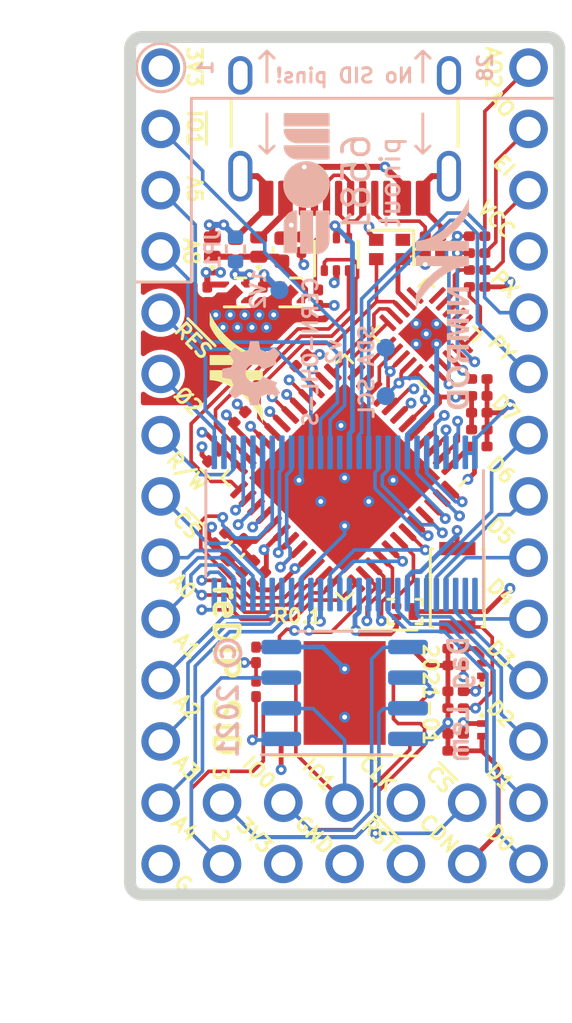
<source format=kicad_pcb>
(kicad_pcb (version 20171130) (host pcbnew 5.1.9-1.fc33)
  (title_block (title "reDIP SID") (date 2021-01-17) (rev 0.1) (company Nimrod) (comment 1 "© 2021 Dag Lem") (comment 2 "Licensed under CERN-OHL-S v2 (https://ohwr.org/cern_ohl_s_v2.txt)"))
  (layers (0 F.Cu signal) (1 In1.Cu power) (2 In2.Cu signal) (3 In3.Cu power) (4 In4.Cu power) (31 B.Cu signal) (34 B.Paste user) (35 F.Paste user) (36 B.SilkS user) (37 F.SilkS user) (38 B.Mask user) (39 F.Mask user) (44 Edge.Cuts user))
  (net 0 "")
  (net 1 GND)
  (net 2 /Vcc)
  (net 3 +3V3)
  (net 4 +1V2)
  (net 5 VBUS)
  (net 6 /EXT_IN)
  (net 7 /AUDIO_OUT_2)
  (net 8 /AUDIO_OUT)
  (net 9 /POT_X)
  (net 10 /POT_Y)
  (net 11 /~CRESET~)
  (net 12 /CDONE)
  (net 13 /A5)
  (net 14 /A8)
  (net 15 /~RES~)
  (net 16 /D4)
  (net 17 /D3)
  (net 18 /D2)
  (net 19 /D1)
  (net 20 /D0)
  (net 21 /A4)
  (net 22 /A3)
  (net 23 /Ø2)
  (net 24 /A2)
  (net 25 /A1)
  (net 26 /A0)
  (net 27 /~CS~)
  (net 28 /R_~W~)
  (net 29 /D7)
  (net 30 /D6)
  (net 31 /D5)
  (net 32 /ICE_POT_X)
  (net 33 /ICE_POT_Y)
  (net 34 /ICE_A5)
  (net 35 /ICE_A8)
  (net 36 /ICE_~RES~)
  (net 37 /ICE_D4)
  (net 38 /ICE_D3)
  (net 39 /ICE_D2)
  (net 40 /ICE_D1)
  (net 41 /ICE_D0)
  (net 42 /ICE_A4)
  (net 43 /ICE_A3)
  (net 44 /ICE_Ø2)
  (net 45 /ICE_A2)
  (net 46 /ICE_A1)
  (net 47 /ICE_A0)
  (net 48 /ICE_~CS~)
  (net 49 /ICE_R_~W~)
  (net 50 /ICE_D7)
  (net 51 /ICE_D6)
  (net 52 /ICE_D5)
  (net 53 +5V)
  (net 54 /~IO1~)
  (net 55 /ICE_~IO1~)
  (net 56 /SYS_CLK)
  (net 57 /SPI_RAM_~CS~)
  (net 58 /I2S_DOUT)
  (net 59 /I2S_DIN)
  (net 60 /SPI_SIO3)
  (net 61 /SPI_SIO2)
  (net 62 /SPI_SIO0)
  (net 63 /SPI_SIO1)
  (net 64 /SPI_SCLK)
  (net 65 "Net-(C7-Pad1)")
  (net 66 "Net-(C10-Pad2)")
  (net 67 /SPI_FLASH_~CS~)
  (net 68 /USB_3V3)
  (net 69 /USB_D+)
  (net 70 /USB_D-)
  (net 71 "Net-(C8-Pad1)")
  (net 72 "Net-(C9-Pad2)")
  (net 73 /D-)
  (net 74 /D+)
  (net 75 /USB_LINK)
  (net 76 "Net-(C19-Pad1)")
  (net 77 "Net-(J5-PadB5)")
  (net 78 "Net-(J5-PadA5)")
  (net 79 /I2S_LRCLK)
  (net 80 /I2S_SCLK)
  (net 81 "Net-(D4-Pad2)")
  (net 82 /I2C_SCL_~LED~)
  (net 83 /I2C_SDA_~BTN~)
  (net 84 "Net-(R11-Pad1)")
  (net 85 /USB_~CONN~)
  (module Nexperia:SOT-883 (layer F.Cu) (at 110.12 122.555)
    (fp_text reference Q1 hide)
    (fp_text value PDTA143ZMB hide)
    (pad 1 smd roundrect (at -0.35 -0.225) (size 0.4 0.25) (layers F.Cu F.Mask) (roundrect_rratio 0.2) (net 85 /USB_~CONN~))
    (pad 2 smd roundrect (at -0.35 0.225) (size 0.4 0.25) (layers F.Cu F.Mask) (roundrect_rratio 0.2) (net 68 /USB_3V3))
    (pad 3 smd roundrect (at 0.35 0) (size 0.4 0.7) (layers F.Cu F.Mask) (roundrect_rratio 0.125) (net 75 /USB_LINK))
  )
  (module reDIP:SolderMask_D0.5mm (layer B.Cu) (at 111 111.04)
    (fp_text reference "SolderMask D0.5mm" hide)
    (fp_text value SolderMask_D0.5mm hide)
  )
  (module reDIP:DNP_0402_1005Metric (layer B.Cu) (at 103.1 107.53 270)
    (fp_text reference JP1 (at 0 0.95 90) (layer B.SilkS) (effects (font (size 0.6 0.6) (thickness 0.12)) (justify mirror)))
    (fp_text value SolderJumper_2_Open hide)
    (pad 2 smd roundrect (at 0.51 0 270) (size 0.54 0.64) (layers B.Cu B.Mask) (net 53 +5V))
    (pad 1 smd roundrect (at -0.51 0 270) (size 0.54 0.64) (layers B.Cu B.Mask) (net 2 /Vcc))
  )
  (module HRO:USB_C_Receptacle_HRO_TYPE-C-31-M-12 (layer F.Cu) (at 107.62 101.37 180)
    (fp_text reference J5 hide)
    (fp_text value TYPE-C-31-M-12 hide)
    (pad B1 smd roundrect (at 3.25 -4.045 180) (size 0.6 1.45) (layers F.Cu F.Paste F.Mask) (roundrect_rratio 0.125) (net 1 GND))
    (pad A9 smd roundrect (at 2.45 -4.045 180) (size 0.6 1.45) (layers F.Cu F.Paste F.Mask) (roundrect_rratio 0.125) (net 5 VBUS))
    (pad B9 smd roundrect (at -2.45 -4.045 180) (size 0.6 1.45) (layers F.Cu F.Paste F.Mask) (roundrect_rratio 0.125) (net 5 VBUS))
    (pad B12 smd roundrect (at -3.25 -4.045 180) (size 0.6 1.45) (layers F.Cu F.Paste F.Mask) (roundrect_rratio 0.125) (net 1 GND))
    (pad A1 smd roundrect (at -3.25 -4.045 180) (size 0.6 1.45) (layers F.Cu F.Paste F.Mask) (roundrect_rratio 0.125) (net 1 GND))
    (pad A4 smd roundrect (at -2.45 -4.045 180) (size 0.6 1.45) (layers F.Cu F.Paste F.Mask) (roundrect_rratio 0.125) (net 5 VBUS))
    (pad B4 smd roundrect (at 2.45 -4.045 180) (size 0.6 1.45) (layers F.Cu F.Paste F.Mask) (roundrect_rratio 0.125) (net 5 VBUS))
    (pad A12 smd roundrect (at 3.25 -4.045 180) (size 0.6 1.45) (layers F.Cu F.Paste F.Mask) (roundrect_rratio 0.125) (net 1 GND))
    (pad B8 smd roundrect (at -1.75 -4.045 180) (size 0.3 1.45) (layers F.Cu F.Paste F.Mask))
    (pad A5 smd roundrect (at -1.25 -4.045 180) (size 0.3 1.45) (layers F.Cu F.Paste F.Mask) (net 78 "Net-(J5-PadA5)"))
    (pad B7 smd roundrect (at -0.75 -4.045 180) (size 0.3 1.45) (layers F.Cu F.Paste F.Mask) (net 73 /D-))
    (pad A7 smd roundrect (at 0.25 -4.045 180) (size 0.3 1.45) (layers F.Cu F.Paste F.Mask) (net 73 /D-))
    (pad B6 smd roundrect (at 0.75 -4.045 180) (size 0.3 1.45) (layers F.Cu F.Paste F.Mask) (net 74 /D+))
    (pad A8 smd roundrect (at 1.25 -4.045 180) (size 0.3 1.45) (layers F.Cu F.Paste F.Mask))
    (pad B5 smd roundrect (at 1.75 -4.045 180) (size 0.3 1.45) (layers F.Cu F.Paste F.Mask) (net 77 "Net-(J5-PadB5)"))
    (pad A6 smd roundrect (at -0.25 -4.045 180) (size 0.3 1.45) (layers F.Cu F.Paste F.Mask) (net 74 /D+))
    (pad S1 thru_hole oval (at 4.32 -3.13 180) (size 1 2.1) (drill oval 0.6 1.7) (layers *.Cu *.Mask) (net 1 GND))
    (pad S1 thru_hole oval (at -4.32 -3.13 180) (size 1 2.1) (drill oval 0.6 1.7) (layers *.Cu *.Mask) (net 1 GND))
    (pad "" np_thru_hole circle (at -2.89 -2.6 180) (size 0.65 0.65) (drill 0.65) (layers *.Cu *.Mask))
    (pad S1 thru_hole oval (at -4.32 1.05 180) (size 1 1.6) (drill oval 0.6 1.2) (layers *.Cu *.Mask) (net 1 GND))
    (pad "" np_thru_hole circle (at 2.89 -2.6 180) (size 0.65 0.65) (drill 0.65) (layers *.Cu *.Mask))
    (pad S1 thru_hole oval (at 4.32 1.05 180) (size 1 1.6) (drill oval 0.6 1.2) (layers *.Cu *.Mask) (net 1 GND))
  )
  (module Button_Switch_SMD:SW_SPST_CK_KXT3 (layer F.Cu) (at 112.29 121.57 90)
    (fp_text reference SW1 hide)
    (fp_text value KXT331LHS hide)
    (pad 2 smd rect (at 1.625 0 90) (size 0.55 1.5) (layers F.Cu F.Paste F.Mask) (net 1 GND))
    (pad 1 smd rect (at -1.625 0 90) (size 0.55 1.5) (layers F.Cu F.Paste F.Mask) (net 83 /I2C_SDA_~BTN~))
  )
  (module Lumex:SML-LX0201 (layer F.Cu) (at 113.31 124.96 90)
    (fp_text reference D4 hide)
    (fp_text value SML-LX0201UPGC-TR hide)
    (pad 2 smd roundrect (at 0.2625 0 90) (size 0.275 0.4) (layers F.Cu F.Paste F.Mask) (roundrect_rratio 0.1) (net 81 "Net-(D4-Pad2)"))
    (pad 1 smd roundrect (at -0.2625 0 90) (size 0.275 0.4) (layers F.Cu F.Paste F.Mask) (roundrect_rratio 0.1) (net 82 /I2C_SCL_~LED~))
  )
  (module Lumex:SML-LX0201 (layer F.Cu) (at 113.31 127.46 270)
    (fp_text reference D3 hide)
    (fp_text value SML-LX0201USBC-TR hide)
    (pad 2 smd roundrect (at 0.2625 0 270) (size 0.275 0.4) (layers F.Cu F.Paste F.Mask) (roundrect_rratio 0.1) (net 12 /CDONE))
    (pad 1 smd roundrect (at -0.2625 0 270) (size 0.275 0.4) (layers F.Cu F.Paste F.Mask) (roundrect_rratio 0.1) (net 1 GND))
  )
  (module Resistor_SMD:R_0201_0603Metric (layer F.Cu) (at 112.22 124.09)
    (fp_text reference R8 hide)
    (fp_text value 2.2k hide)
    (pad 1 smd roundrect (at -0.32 0) (size 0.46 0.4) (layers F.Cu F.Mask) (net 3 +3V3))
    (pad 2 smd roundrect (at 0.32 0) (size 0.46 0.4) (layers F.Cu F.Mask) (net 81 "Net-(D4-Pad2)"))
  )
  (module reDIP:SolderMask_D0.3mm (layer F.Cu) (at 104.68 110.25)
    (fp_text reference "SolderMask D0.5mm" hide)
    (fp_text value SolderMask_D0.3mm hide)
  )
  (module reDIP:SolderMask_D0.5mm (layer B.Cu) (at 104.68 110.25)
    (fp_text reference "SolderMask D0.5mm" hide)
    (fp_text value SolderMask_D0.5mm hide)
  )
  (module reDIP:SolderMask_D0.5mm (layer B.Cu) (at 107.62 126.93)
    (fp_text reference "SolderMask D0.5mm" hide)
    (fp_text value SolderMask_D0.5mm hide)
  )
  (module Resistor_SMD:R_0201_0603Metric (layer F.Cu) (at 105.82 112.15 45)
    (fp_text reference R11 hide)
    (fp_text value 22 hide)
    (pad 2 smd roundrect (at 0.32 0 45) (size 0.46 0.4) (layers F.Cu F.Mask) (net 64 /SPI_SCLK))
    (pad 1 smd roundrect (at -0.32 0 45) (size 0.46 0.4) (layers F.Cu F.Mask) (net 84 "Net-(R11-Pad1)"))
  )
  (module reDIP:Nimrod-N (layer F.Cu) (at 103.13 112.44 270)
    (fp_text reference svg2mod hide)
    (fp_text value G*** hide)
  )
  (module Package_SON:WSON-8-1EP_6x5mm_P1.27mm_EP3.4x4.3mm (layer F.Cu) (at 107.62 125.93)
    (fp_text reference U7 hide)
    (fp_text value W25Q128JVPIM hide)
    (pad 9 smd rect (at 0 0) (size 3.4 4.3) (layers F.Cu F.Mask) (net 1 GND))
    (pad 8 smd roundrect (at 2.7 -1.905) (size 0.75 0.5) (layers F.Cu F.Paste F.Mask) (net 3 +3V3))
    (pad 7 smd roundrect (at 2.7 -0.635) (size 0.75 0.5) (layers F.Cu F.Paste F.Mask) (net 60 /SPI_SIO3))
    (pad 6 smd roundrect (at 2.7 0.635) (size 0.75 0.5) (layers F.Cu F.Paste F.Mask) (net 64 /SPI_SCLK))
    (pad 5 smd roundrect (at 2.7 1.905) (size 0.75 0.5) (layers F.Cu F.Paste F.Mask) (net 62 /SPI_SIO0))
    (pad 4 smd roundrect (at -2.7 1.905) (size 0.75 0.5) (layers F.Cu F.Paste F.Mask) (net 1 GND))
    (pad 3 smd roundrect (at -2.7 0.635) (size 0.75 0.5) (layers F.Cu F.Paste F.Mask) (net 61 /SPI_SIO2))
    (pad 2 smd roundrect (at -2.7 -0.635) (size 0.75 0.5) (layers F.Cu F.Paste F.Mask) (net 63 /SPI_SIO1))
    (pad 1 smd roundrect (at -2.7 -1.905) (size 0.75 0.5) (layers F.Cu F.Paste F.Mask) (net 67 /SPI_FLASH_~CS~))
  )
  (module Resistor_SMD:R_0201_0603Metric (layer F.Cu) (at 112.22 128.33)
    (fp_text reference R7 hide)
    (fp_text value 1.5k hide)
    (pad 1 smd roundrect (at -0.32 0) (size 0.46 0.4) (layers F.Cu F.Mask) (net 3 +3V3))
    (pad 2 smd roundrect (at 0.32 0) (size 0.46 0.4) (layers F.Cu F.Mask) (net 12 /CDONE))
  )
  (module reDIP:SolderMask_D0.3mm (layer F.Cu) (at 104.38 110.77)
    (fp_text reference "SolderMask D0.5mm" hide)
    (fp_text value SolderMask_D0.3mm hide)
  )
  (module reDIP:SolderMask_D0.3mm (layer F.Cu) (at 103.78 110.77)
    (fp_text reference "SolderMask D0.5mm" hide)
    (fp_text value SolderMask_D0.3mm hide)
  )
  (module reDIP:SolderMask_D0.3mm (layer F.Cu) (at 103.18 110.77)
    (fp_text reference "SolderMask D0.5mm" hide)
    (fp_text value SolderMask_D0.3mm hide)
  )
  (module reDIP:SolderMask_D0.3mm (layer F.Cu) (at 102.58 110.77)
    (fp_text reference "SolderMask D0.5mm" hide)
    (fp_text value SolderMask_D0.3mm hide)
  )
  (module reDIP:SolderMask_D0.3mm (layer F.Cu) (at 104.08 110.25)
    (fp_text reference "SolderMask D0.5mm" hide)
    (fp_text value SolderMask_D0.3mm hide)
  )
  (module reDIP:SolderMask_D0.3mm (layer F.Cu) (at 103.48 110.25)
    (fp_text reference "SolderMask D0.5mm" hide)
    (fp_text value SolderMask_D0.3mm hide)
  )
  (module reDIP:SolderMask_D0.3mm (layer F.Cu) (at 102.88 110.25)
    (fp_text reference "SolderMask D0.5mm" hide)
    (fp_text value SolderMask_D0.3mm hide)
  )
  (module reDIP:SolderMask_D0.3mm (layer F.Cu) (at 102.28 110.25)
    (fp_text reference "SolderMask D0.5mm" hide)
    (fp_text value SolderMask_D0.3mm hide)
  )
  (module reDIP:SolderMask_D0.5mm (layer B.Cu) (at 103.18 110.77)
    (fp_text reference "SolderMask D0.5mm" hide)
    (fp_text value SolderMask_D0.5mm hide)
  )
  (module reDIP:SolderMask_D0.5mm (layer B.Cu) (at 102.58 110.77)
    (fp_text reference "SolderMask D0.5mm" hide)
    (fp_text value SolderMask_D0.5mm hide)
  )
  (module reDIP:SolderMask_D0.5mm (layer B.Cu) (at 102.28 110.25)
    (fp_text reference "SolderMask D0.5mm" hide)
    (fp_text value SolderMask_D0.5mm hide)
  )
  (module reDIP:SolderMask_D0.5mm (layer B.Cu) (at 102.88 110.25)
    (fp_text reference "SolderMask D0.5mm" hide)
    (fp_text value SolderMask_D0.5mm hide)
  )
  (module reDIP:SolderMask_D0.5mm (layer B.Cu) (at 103.48 110.25)
    (fp_text reference "SolderMask D0.5mm" hide)
    (fp_text value SolderMask_D0.5mm hide)
  )
  (module reDIP:SolderMask_D0.5mm (layer B.Cu) (at 103.78 110.77)
    (fp_text reference "SolderMask D0.5mm" hide)
    (fp_text value SolderMask_D0.5mm hide)
  )
  (module reDIP:SolderMask_D0.5mm (layer B.Cu) (at 104.08 110.25)
    (fp_text reference "SolderMask D0.5mm" hide)
    (fp_text value SolderMask_D0.5mm hide)
  )
  (module reDIP:SolderMask_D0.5mm (layer B.Cu) (at 104.38 110.77)
    (fp_text reference "SolderMask D0.5mm" hide)
    (fp_text value SolderMask_D0.5mm hide)
  )
  (module ONSemi:CASE711AJ_1.0x1.0mm_P0.65mm (layer F.Cu) (at 105.38 109.32)
    (fp_text reference U1 hide)
    (fp_text value NCP163AMX120TBG hide)
    (pad 4 smd custom (at 0.475 -0.325 270) (size 0.25 0.25) (layers F.Cu F.Paste F.Mask) (net 53 +5V) (options (clearance outline) (anchor circle)) (primitives (gr_poly (pts (xy -0.125 -0.125) (xy -0.125 0.225) (xy -0.025 0.225) (xy 0.125 0.075) (xy 0.125 -0.125)) (width 0))))
    (pad 3 smd custom (at 0.475 0.325 90) (size 0.25 0.25) (layers F.Cu F.Paste F.Mask) (net 53 +5V) (options (clearance outline) (anchor circle)) (primitives (gr_poly (pts (xy -0.125 0.125) (xy -0.125 -0.225) (xy -0.025 -0.225) (xy 0.125 -0.075) (xy 0.125 0.125)) (width 0))))
    (pad 1 smd custom (at -0.475 -0.325 270) (size 0.25 0.25) (layers F.Cu F.Paste F.Mask) (net 4 +1V2) (options (clearance outline) (anchor circle)) (primitives (gr_poly (pts (xy -0.125 0.125) (xy -0.125 -0.225) (xy -0.025 -0.225) (xy 0.125 -0.075) (xy 0.125 0.125)) (width 0))))
    (pad 2 smd custom (at -0.475 0.325 90) (size 0.25 0.25) (layers F.Cu F.Paste F.Mask) (net 1 GND) (options (clearance outline) (anchor circle)) (primitives (gr_poly (pts (xy -0.125 -0.125) (xy -0.125 0.225) (xy -0.025 0.225) (xy 0.125 0.075) (xy 0.125 -0.125)) (width 0))))
    (pad 2 smd rect (at 0 0 45) (size 0.48 0.48) (layers F.Cu F.Mask) (net 1 GND))
  )
  (module ONSemi:CASE711AJ_1.0x1.0mm_P0.65mm (layer F.Cu) (at 103.08 109.32)
    (fp_text reference U2 hide)
    (fp_text value NCP167AMX330TBG hide)
    (pad 4 smd custom (at 0.475 -0.325 270) (size 0.25 0.25) (layers F.Cu F.Paste F.Mask) (net 53 +5V) (options (clearance outline) (anchor circle)) (primitives (gr_poly (pts (xy -0.125 -0.125) (xy -0.125 0.225) (xy -0.025 0.225) (xy 0.125 0.075) (xy 0.125 -0.125)) (width 0))))
    (pad 3 smd custom (at 0.475 0.325 90) (size 0.25 0.25) (layers F.Cu F.Paste F.Mask) (net 4 +1V2) (options (clearance outline) (anchor circle)) (primitives (gr_poly (pts (xy -0.125 0.125) (xy -0.125 -0.225) (xy -0.025 -0.225) (xy 0.125 -0.075) (xy 0.125 0.125)) (width 0))))
    (pad 1 smd custom (at -0.475 -0.325 270) (size 0.25 0.25) (layers F.Cu F.Paste F.Mask) (net 3 +3V3) (options (clearance outline) (anchor circle)) (primitives (gr_poly (pts (xy -0.125 0.125) (xy -0.125 -0.225) (xy -0.025 -0.225) (xy 0.125 -0.075) (xy 0.125 0.125)) (width 0))))
    (pad 2 smd custom (at -0.475 0.325 90) (size 0.25 0.25) (layers F.Cu F.Paste F.Mask) (net 1 GND) (options (clearance outline) (anchor circle)) (primitives (gr_poly (pts (xy -0.125 -0.125) (xy -0.125 0.225) (xy -0.025 0.225) (xy 0.125 0.075) (xy 0.125 -0.125)) (width 0))))
    (pad 2 smd rect (at 0 0 45) (size 0.48 0.48) (layers F.Cu F.Mask) (net 1 GND))
  )
  (module TI:Texas_TVSOP-56_4.4x11.3mm_P0.4mm (layer B.Cu) (at 107.62 118.9 90)
    (fp_text reference U3 hide)
    (fp_text value SN74CBTD16211DGVR hide)
    (pad 28 smd roundrect (at -2.95 -5.4 180) (size 0.23 1.4) (layers B.Cu B.Paste B.Mask) (net 44 /ICE_Ø2))
    (pad 29 smd roundrect (at 2.95 -5.4 180) (size 0.23 1.4) (layers B.Cu B.Paste B.Mask) (net 23 /Ø2))
    (pad 27 smd roundrect (at -2.95 -5 180) (size 0.23 1.4) (layers B.Cu B.Paste B.Mask) (net 36 /ICE_~RES~))
    (pad 30 smd roundrect (at 2.95 -5 180) (size 0.23 1.4) (layers B.Cu B.Paste B.Mask) (net 15 /~RES~))
    (pad 26 smd roundrect (at -2.95 -4.6 180) (size 0.23 1.4) (layers B.Cu B.Paste B.Mask) (net 49 /ICE_R_~W~))
    (pad 31 smd roundrect (at 2.95 -4.6 180) (size 0.23 1.4) (layers B.Cu B.Paste B.Mask) (net 28 /R_~W~))
    (pad 25 smd roundrect (at -2.95 -4.2 180) (size 0.23 1.4) (layers B.Cu B.Paste B.Mask) (net 25 /A1))
    (pad 32 smd roundrect (at 2.95 -4.2 180) (size 0.23 1.4) (layers B.Cu B.Paste B.Mask) (net 46 /ICE_A1))
    (pad 24 smd roundrect (at -2.95 -3.8 180) (size 0.23 1.4) (layers B.Cu B.Paste B.Mask) (net 26 /A0))
    (pad 33 smd roundrect (at 2.95 -3.8 180) (size 0.23 1.4) (layers B.Cu B.Paste B.Mask) (net 47 /ICE_A0))
    (pad 23 smd roundrect (at -2.95 -3.4 180) (size 0.23 1.4) (layers B.Cu B.Paste B.Mask) (net 27 /~CS~))
    (pad 34 smd roundrect (at 2.95 -3.4 180) (size 0.23 1.4) (layers B.Cu B.Paste B.Mask) (net 48 /ICE_~CS~))
    (pad 22 smd roundrect (at -2.95 -3 180) (size 0.23 1.4) (layers B.Cu B.Paste B.Mask) (net 24 /A2))
    (pad 35 smd roundrect (at 2.95 -3 180) (size 0.23 1.4) (layers B.Cu B.Paste B.Mask) (net 45 /ICE_A2))
    (pad 21 smd roundrect (at -2.95 -2.6 180) (size 0.23 1.4) (layers B.Cu B.Paste B.Mask) (net 22 /A3))
    (pad 36 smd roundrect (at 2.95 -2.6 180) (size 0.23 1.4) (layers B.Cu B.Paste B.Mask) (net 43 /ICE_A3))
    (pad 20 smd roundrect (at -2.95 -2.2 180) (size 0.23 1.4) (layers B.Cu B.Paste B.Mask) (net 21 /A4))
    (pad 37 smd roundrect (at 2.95 -2.2 180) (size 0.23 1.4) (layers B.Cu B.Paste B.Mask) (net 42 /ICE_A4))
    (pad 19 smd roundrect (at -2.95 -1.8 180) (size 0.23 1.4) (layers B.Cu B.Paste B.Mask) (net 1 GND))
    (pad 38 smd roundrect (at 2.95 -1.8 180) (size 0.23 1.4) (layers B.Cu B.Paste B.Mask) (net 1 GND))
    (pad 18 smd roundrect (at -2.95 -1.4 180) (size 0.23 1.4) (layers B.Cu B.Paste B.Mask) (net 35 /ICE_A8))
    (pad 39 smd roundrect (at 2.95 -1.4 180) (size 0.23 1.4) (layers B.Cu B.Paste B.Mask) (net 14 /A8))
    (pad 17 smd roundrect (at -2.95 -1 180) (size 0.23 1.4) (layers B.Cu B.Paste B.Mask) (net 53 +5V))
    (pad 40 smd roundrect (at 2.95 -1 180) (size 0.23 1.4) (layers B.Cu B.Paste B.Mask) (net 13 /A5))
    (pad 16 smd roundrect (at -2.95 -0.6 180) (size 0.23 1.4) (layers B.Cu B.Paste B.Mask) (net 34 /ICE_A5))
    (pad 41 smd roundrect (at 2.95 -0.6 180) (size 0.23 1.4) (layers B.Cu B.Paste B.Mask) (net 54 /~IO1~))
    (pad 15 smd roundrect (at -2.95 -0.2 180) (size 0.23 1.4) (layers B.Cu B.Paste B.Mask) (net 55 /ICE_~IO1~))
    (pad 42 smd roundrect (at 2.95 -0.2 180) (size 0.23 1.4) (layers B.Cu B.Paste B.Mask))
    (pad 14 smd roundrect (at -2.95 0.2 180) (size 0.23 1.4) (layers B.Cu B.Paste B.Mask))
    (pad 43 smd roundrect (at 2.95 0.2 180) (size 0.23 1.4) (layers B.Cu B.Paste B.Mask) (net 5 VBUS))
    (pad 13 smd roundrect (at -2.95 0.6 180) (size 0.23 1.4) (layers B.Cu B.Paste B.Mask) (net 68 /USB_3V3))
    (pad 44 smd roundrect (at 2.95 0.6 180) (size 0.23 1.4) (layers B.Cu B.Paste B.Mask) (net 9 /POT_X))
    (pad 12 smd roundrect (at -2.95 1 180) (size 0.23 1.4) (layers B.Cu B.Paste B.Mask) (net 32 /ICE_POT_X))
    (pad 45 smd roundrect (at 2.95 1 180) (size 0.23 1.4) (layers B.Cu B.Paste B.Mask) (net 10 /POT_Y))
    (pad 11 smd roundrect (at -2.95 1.4 180) (size 0.23 1.4) (layers B.Cu B.Paste B.Mask) (net 33 /ICE_POT_Y))
    (pad 46 smd roundrect (at 2.95 1.4 180) (size 0.23 1.4) (layers B.Cu B.Paste B.Mask) (net 41 /ICE_D0))
    (pad 10 smd roundrect (at -2.95 1.8 180) (size 0.23 1.4) (layers B.Cu B.Paste B.Mask) (net 20 /D0))
    (pad 47 smd roundrect (at 2.95 1.8 180) (size 0.23 1.4) (layers B.Cu B.Paste B.Mask) (net 40 /ICE_D1))
    (pad 9 smd roundrect (at -2.95 2.2 180) (size 0.23 1.4) (layers B.Cu B.Paste B.Mask) (net 19 /D1))
    (pad 48 smd roundrect (at 2.95 2.2 180) (size 0.23 1.4) (layers B.Cu B.Paste B.Mask) (net 39 /ICE_D2))
    (pad 8 smd roundrect (at -2.95 2.6 180) (size 0.23 1.4) (layers B.Cu B.Paste B.Mask) (net 1 GND))
    (pad 49 smd roundrect (at 2.95 2.6 180) (size 0.23 1.4) (layers B.Cu B.Paste B.Mask) (net 1 GND))
    (pad 7 smd roundrect (at -2.95 3 180) (size 0.23 1.4) (layers B.Cu B.Paste B.Mask) (net 18 /D2))
    (pad 50 smd roundrect (at 2.95 3 180) (size 0.23 1.4) (layers B.Cu B.Paste B.Mask) (net 50 /ICE_D7))
    (pad 6 smd roundrect (at -2.95 3.4 180) (size 0.23 1.4) (layers B.Cu B.Paste B.Mask) (net 29 /D7))
    (pad 51 smd roundrect (at 2.95 3.4 180) (size 0.23 1.4) (layers B.Cu B.Paste B.Mask) (net 51 /ICE_D6))
    (pad 5 smd roundrect (at -2.95 3.8 180) (size 0.23 1.4) (layers B.Cu B.Paste B.Mask) (net 30 /D6))
    (pad 52 smd roundrect (at 2.95 3.8 180) (size 0.23 1.4) (layers B.Cu B.Paste B.Mask) (net 52 /ICE_D5))
    (pad 4 smd roundrect (at -2.95 4.2 180) (size 0.23 1.4) (layers B.Cu B.Paste B.Mask) (net 31 /D5))
    (pad 53 smd roundrect (at 2.95 4.2 180) (size 0.23 1.4) (layers B.Cu B.Paste B.Mask) (net 38 /ICE_D3))
    (pad 3 smd roundrect (at -2.95 4.6 180) (size 0.23 1.4) (layers B.Cu B.Paste B.Mask) (net 17 /D3))
    (pad 54 smd roundrect (at 2.95 4.6 180) (size 0.23 1.4) (layers B.Cu B.Paste B.Mask) (net 37 /ICE_D4))
    (pad 2 smd roundrect (at -2.95 5 180) (size 0.23 1.4) (layers B.Cu B.Paste B.Mask) (net 16 /D4))
    (pad 55 smd roundrect (at 2.95 5 180) (size 0.23 1.4) (layers B.Cu B.Paste B.Mask) (net 1 GND))
    (pad 1 smd roundrect (at -2.95 5.4 180) (size 0.23 1.4) (layers B.Cu B.Paste B.Mask))
    (pad 56 smd roundrect (at 2.95 5.4 180) (size 0.23 1.4) (layers B.Cu B.Paste B.Mask) (net 1 GND))
  )
  (module Package_DFN_QFN:QFN-48-1EP_7x7mm_P0.5mm_EP5.6x5.6mm (layer F.Cu) (at 107.62 117.01 225)
    (fp_text reference U8 hide)
    (fp_text value ICE40UP5K-SG48I hide)
    (pad 49 smd rect (at 0 0 225) (size 5.6 5.6) (layers F.Cu F.Mask) (net 1 GND))
    (pad 48 smd roundrect (at -2.75 -3.4375 225) (size 0.25 0.875) (layers F.Cu F.Paste F.Mask) (net 51 /ICE_D6))
    (pad 47 smd roundrect (at -2.25 -3.4375 225) (size 0.25 0.875) (layers F.Cu F.Paste F.Mask) (net 50 /ICE_D7))
    (pad 46 smd roundrect (at -1.75 -3.4375 225) (size 0.25 0.875) (layers F.Cu F.Paste F.Mask) (net 39 /ICE_D2))
    (pad 45 smd roundrect (at -1.25 -3.4375 225) (size 0.25 0.875) (layers F.Cu F.Paste F.Mask) (net 40 /ICE_D1))
    (pad 44 smd roundrect (at -0.75 -3.4375 225) (size 0.25 0.875) (layers F.Cu F.Paste F.Mask) (net 41 /ICE_D0))
    (pad 43 smd roundrect (at -0.25 -3.4375 225) (size 0.25 0.875) (layers F.Cu F.Paste F.Mask) (net 34 /ICE_A5))
    (pad 42 smd roundrect (at 0.25 -3.4375 225) (size 0.25 0.875) (layers F.Cu F.Paste F.Mask) (net 85 /USB_~CONN~))
    (pad 41 smd roundrect (at 0.75 -3.4375 225) (size 0.25 0.875) (layers F.Cu F.Paste F.Mask) (net 55 /ICE_~IO1~))
    (pad 40 smd roundrect (at 1.25 -3.4375 225) (size 0.25 0.875) (layers F.Cu F.Paste F.Mask) (net 33 /ICE_POT_Y))
    (pad 39 smd roundrect (at 1.75 -3.4375 225) (size 0.25 0.875) (layers F.Cu F.Paste F.Mask) (net 32 /ICE_POT_X))
    (pad 38 smd roundrect (at 2.25 -3.4375 225) (size 0.25 0.875) (layers F.Cu F.Paste F.Mask) (net 35 /ICE_A8))
    (pad 37 smd roundrect (at 2.75 -3.4375 225) (size 0.25 0.875) (layers F.Cu F.Paste F.Mask) (net 44 /ICE_Ø2))
    (pad 36 smd roundrect (at 3.4375 -2.75 225) (size 0.875 0.25) (layers F.Cu F.Paste F.Mask) (net 49 /ICE_R_~W~))
    (pad 35 smd roundrect (at 3.4375 -2.25 225) (size 0.875 0.25) (layers F.Cu F.Paste F.Mask) (net 36 /ICE_~RES~))
    (pad 34 smd roundrect (at 3.4375 -1.75 225) (size 0.875 0.25) (layers F.Cu F.Paste F.Mask) (net 45 /ICE_A2))
    (pad 33 smd roundrect (at 3.4375 -1.25 225) (size 0.875 0.25) (layers F.Cu F.Paste F.Mask) (net 3 +3V3))
    (pad 32 smd roundrect (at 3.4375 -0.75 225) (size 0.875 0.25) (layers F.Cu F.Paste F.Mask) (net 42 /ICE_A4))
    (pad 31 smd roundrect (at 3.4375 -0.25 225) (size 0.875 0.25) (layers F.Cu F.Paste F.Mask) (net 43 /ICE_A3))
    (pad 30 smd roundrect (at 3.4375 0.25 225) (size 0.875 0.25) (layers F.Cu F.Paste F.Mask) (net 4 +1V2))
    (pad 29 smd roundrect (at 3.4375 0.75 225) (size 0.875 0.25) (layers F.Cu F.Paste F.Mask) (net 76 "Net-(C19-Pad1)"))
    (pad 28 smd roundrect (at 3.4375 1.25 225) (size 0.875 0.25) (layers F.Cu F.Paste F.Mask) (net 48 /ICE_~CS~))
    (pad 27 smd roundrect (at 3.4375 1.75 225) (size 0.875 0.25) (layers F.Cu F.Paste F.Mask) (net 47 /ICE_A0))
    (pad 26 smd roundrect (at 3.4375 2.25 225) (size 0.875 0.25) (layers F.Cu F.Paste F.Mask) (net 46 /ICE_A1))
    (pad 25 smd roundrect (at 3.4375 2.75 225) (size 0.875 0.25) (layers F.Cu F.Paste F.Mask) (net 70 /USB_D-))
    (pad 24 smd roundrect (at 2.75 3.4375 225) (size 0.25 0.875) (layers F.Cu F.Paste F.Mask) (net 3 +3V3))
    (pad 23 smd roundrect (at 2.25 3.4375 225) (size 0.25 0.875) (layers F.Cu F.Paste F.Mask) (net 69 /USB_D+))
    (pad 22 smd roundrect (at 1.75 3.4375 225) (size 0.25 0.875) (layers F.Cu F.Paste F.Mask) (net 3 +3V3))
    (pad 21 smd roundrect (at 1.25 3.4375 225) (size 0.25 0.875) (layers F.Cu F.Paste F.Mask) (net 57 /SPI_RAM_~CS~))
    (pad 20 smd roundrect (at 0.75 3.4375 225) (size 0.25 0.875) (layers F.Cu F.Paste F.Mask) (net 56 /SYS_CLK))
    (pad 19 smd roundrect (at 0.25 3.4375 225) (size 0.25 0.875) (layers F.Cu F.Paste F.Mask) (net 60 /SPI_SIO3))
    (pad 18 smd roundrect (at -0.25 3.4375 225) (size 0.25 0.875) (layers F.Cu F.Paste F.Mask) (net 61 /SPI_SIO2))
    (pad 17 smd roundrect (at -0.75 3.4375 225) (size 0.25 0.875) (layers F.Cu F.Paste F.Mask) (net 63 /SPI_SIO1))
    (pad 16 smd roundrect (at -1.25 3.4375 225) (size 0.25 0.875) (layers F.Cu F.Paste F.Mask) (net 67 /SPI_FLASH_~CS~))
    (pad 15 smd roundrect (at -1.75 3.4375 225) (size 0.25 0.875) (layers F.Cu F.Paste F.Mask) (net 84 "Net-(R11-Pad1)"))
    (pad 14 smd roundrect (at -2.25 3.4375 225) (size 0.25 0.875) (layers F.Cu F.Paste F.Mask) (net 62 /SPI_SIO0))
    (pad 13 smd roundrect (at -2.75 3.4375 225) (size 0.25 0.875) (layers F.Cu F.Paste F.Mask) (net 79 /I2S_LRCLK))
    (pad 12 smd roundrect (at -3.4375 2.75 225) (size 0.875 0.25) (layers F.Cu F.Paste F.Mask) (net 80 /I2S_SCLK))
    (pad 11 smd roundrect (at -3.4375 2.25 225) (size 0.875 0.25) (layers F.Cu F.Paste F.Mask) (net 58 /I2S_DOUT))
    (pad 10 smd roundrect (at -3.4375 1.75 225) (size 0.875 0.25) (layers F.Cu F.Paste F.Mask) (net 59 /I2S_DIN))
    (pad 9 smd roundrect (at -3.4375 1.25 225) (size 0.875 0.25) (layers F.Cu F.Paste F.Mask) (net 83 /I2C_SDA_~BTN~))
    (pad 8 smd roundrect (at -3.4375 0.75 225) (size 0.875 0.25) (layers F.Cu F.Paste F.Mask) (net 11 /~CRESET~))
    (pad 7 smd roundrect (at -3.4375 0.25 225) (size 0.875 0.25) (layers F.Cu F.Paste F.Mask) (net 12 /CDONE))
    (pad 6 smd roundrect (at -3.4375 -0.25 225) (size 0.875 0.25) (layers F.Cu F.Paste F.Mask) (net 82 /I2C_SCL_~LED~))
    (pad 5 smd roundrect (at -3.4375 -0.75 225) (size 0.875 0.25) (layers F.Cu F.Paste F.Mask) (net 4 +1V2))
    (pad 4 smd roundrect (at -3.4375 -1.25 225) (size 0.875 0.25) (layers F.Cu F.Paste F.Mask) (net 52 /ICE_D5))
    (pad 3 smd roundrect (at -3.4375 -1.75 225) (size 0.875 0.25) (layers F.Cu F.Paste F.Mask) (net 38 /ICE_D3))
    (pad 2 smd roundrect (at -3.4375 -2.25 225) (size 0.875 0.25) (layers F.Cu F.Paste F.Mask) (net 37 /ICE_D4))
    (pad 1 smd roundrect (at -3.4375 -2.75 225) (size 0.875 0.25) (layers F.Cu F.Paste F.Mask) (net 3 +3V3))
  )
  (module Capacitor_SMD:C_0201_0603Metric (layer F.Cu) (at 112.22 127.63)
    (fp_text reference C11 hide)
    (fp_text value 1uF hide)
    (pad 1 smd roundrect (at -0.32 0) (size 0.46 0.4) (layers F.Cu F.Mask) (net 3 +3V3))
    (pad 2 smd roundrect (at 0.32 0) (size 0.46 0.4) (layers F.Cu F.Mask) (net 1 GND))
  )
  (module ONSemi:CASE463A_1.6x1.2mm_P0.5mm (layer F.Cu) (at 107.28 107.74 90)
    (fp_text reference U5 hide)
    (fp_text value NUF2042XV6 hide)
    (pad 5 smd roundrect (at 0.675 0 90) (size 0.45 0.3) (layers F.Cu F.Paste F.Mask) (net 5 VBUS))
    (pad 4 smd roundrect (at 0.675 0.5 90) (size 0.45 0.3) (layers F.Cu F.Paste F.Mask) (net 73 /D-))
    (pad 2 smd roundrect (at -0.675 0 90) (size 0.45 0.3) (layers F.Cu F.Paste F.Mask) (net 1 GND))
    (pad 6 smd roundrect (at 0.675 -0.5 90) (size 0.45 0.3) (layers F.Cu F.Paste F.Mask) (net 74 /D+))
    (pad 3 smd roundrect (at -0.675 0.5 90) (size 0.45 0.3) (layers F.Cu F.Paste F.Mask) (net 70 /USB_D-))
    (pad 1 smd roundrect (at -0.675 -0.5 90) (size 0.45 0.3) (layers F.Cu F.Paste F.Mask) (net 69 /USB_D+))
  )
  (module reDIP:SolderMask_D0.5mm (layer B.Cu) (at 105.73 117.11)
    (fp_text reference "SolderMask D0.5mm" hide)
    (fp_text value SolderMask_D0.5mm hide)
  )
  (module reDIP:SolderMask_D0.5mm (layer B.Cu) (at 107.62 124.93)
    (fp_text reference "SolderMask D0.5mm" hide)
    (fp_text value SolderMask_D0.5mm hide)
  )
  (module reDIP:SolderMask_D0.5mm (layer B.Cu) (at 111.43 110.62)
    (fp_text reference "SolderMask D0.5mm" hide)
    (fp_text value SolderMask_D0.5mm hide)
  )
  (module reDIP:SolderMask_D0.5mm (layer B.Cu) (at 110.58 110.61)
    (fp_text reference "SolderMask D0.5mm" hide)
    (fp_text value SolderMask_D0.5mm hide)
  )
  (module reDIP:SolderMask_D0.5mm (layer B.Cu) (at 111.43 111.46)
    (fp_text reference "SolderMask D0.5mm" hide)
    (fp_text value SolderMask_D0.5mm hide)
  )
  (module reDIP:SolderMask_D0.5mm (layer B.Cu) (at 110.58 111.46)
    (fp_text reference "SolderMask D0.5mm" hide)
    (fp_text value SolderMask_D0.5mm hide)
  )
  (module reDIP:SolderMask_D0.5mm (layer B.Cu) (at 107.62 119)
    (fp_text reference "SolderMask D0.5mm" hide)
    (fp_text value SolderMask_D0.5mm hide)
  )
  (module reDIP:SolderMask_D0.5mm (layer B.Cu) (at 108.62 117.99)
    (fp_text reference "SolderMask D0.5mm" hide)
    (fp_text value SolderMask_D0.5mm hide)
  )
  (module reDIP:SolderMask_D0.5mm (layer B.Cu) (at 109.63 117.11)
    (fp_text reference "SolderMask D0.5mm" hide)
    (fp_text value SolderMask_D0.5mm hide)
  )
  (module reDIP:SolderMask_D0.5mm (layer B.Cu) (at 107.47 114.84)
    (fp_text reference "SolderMask D0.5mm" hide)
    (fp_text value SolderMask_D0.5mm hide)
  )
  (module reDIP:SolderMask_D0.5mm (layer B.Cu) (at 107.62 117.01)
    (fp_text reference "SolderMask D0.5mm" hide)
    (fp_text value SolderMask_D0.5mm hide)
  )
  (module reDIP:SolderMask_D0.5mm (layer B.Cu) (at 106.63 117.99)
    (fp_text reference "SolderMask D0.5mm" hide)
    (fp_text value SolderMask_D0.5mm hide)
  )
  (module reDIP:PinHeader_1x10_P2.54mm_Vertical (layer B.Cu) (at 115.24 110.16 180)
    (fp_text reference J4 hide)
    (fp_text value Conn_01x10 hide)
    (pad 10 thru_hole circle (at 0 -22.86 180) (size 1.6 1.6) (drill 1) (layers *.Cu *.Mask) (net 20 /D0))
    (pad 9 thru_hole circle (at 0 -20.32 180) (size 1.6 1.6) (drill 1) (layers *.Cu *.Mask) (net 19 /D1))
    (pad 8 thru_hole circle (at 0 -17.78 180) (size 1.6 1.6) (drill 1) (layers *.Cu *.Mask) (net 18 /D2))
    (pad 7 thru_hole circle (at 0 -15.24 180) (size 1.6 1.6) (drill 1) (layers *.Cu *.Mask) (net 17 /D3))
    (pad 6 thru_hole circle (at 0 -12.7 180) (size 1.6 1.6) (drill 1) (layers *.Cu *.Mask) (net 16 /D4))
    (pad 5 thru_hole circle (at 0 -10.16 180) (size 1.6 1.6) (drill 1) (layers *.Cu *.Mask) (net 31 /D5))
    (pad 4 thru_hole circle (at 0 -7.62 180) (size 1.6 1.6) (drill 1) (layers *.Cu *.Mask) (net 30 /D6))
    (pad 3 thru_hole circle (at 0 -5.08 180) (size 1.6 1.6) (drill 1) (layers *.Cu *.Mask) (net 29 /D7))
    (pad 2 thru_hole circle (at 0 -2.54 180) (size 1.6 1.6) (drill 1) (layers *.Cu *.Mask) (net 10 /POT_Y))
    (pad 1 thru_hole circle (at 0 0 180) (size 1.6 1.6) (drill 1) (layers *.Cu *.Mask) (net 9 /POT_X))
  )
  (module reDIP:MOS-logo (layer B.Cu) (at 106.04 104.81 270)
    (fp_text reference "MOS logo" hide)
    (fp_text value G*** hide)
  )
  (module reDIP:Nimrod-logo (layer B.Cu) (at 111.68 109.78 270)
    (fp_text reference svg2mod hide)
    (fp_text value G*** hide)
  )
  (module reDIP:OSHW-logo (layer B.Cu) (at 103.75 112.67 270)
    (fp_text reference "OSHW logo" hide)
    (fp_text value G*** hide)
  )
  (module reDIP:PinHeader_2x05_P2.54mm_Vertical (layer F.Cu) (at 112.7 130.48 270)
    (fp_text reference J6 hide)
    (fp_text value Conn_02x05_Odd_Even hide)
    (pad 10 thru_hole circle (at 2.54 10.16 270) (size 1.6 1.6) (drill 1) (layers *.Cu *.Mask) (net 61 /SPI_SIO2))
    (pad 9 thru_hole circle (at 0 10.16 270) (size 1.6 1.6) (drill 1) (layers *.Cu *.Mask) (net 60 /SPI_SIO3))
    (pad 8 thru_hole circle (at 2.54 7.62 270) (size 1.6 1.6) (drill 1) (layers *.Cu *.Mask) (net 3 +3V3))
    (pad 7 thru_hole circle (at 0 7.62 270) (size 1.6 1.6) (drill 1) (layers *.Cu *.Mask) (net 62 /SPI_SIO0))
    (pad 6 thru_hole circle (at 2.54 5.08 270) (size 1.6 1.6) (drill 1) (layers *.Cu *.Mask) (net 1 GND))
    (pad 5 thru_hole circle (at 0 5.08 270) (size 1.6 1.6) (drill 1) (layers *.Cu *.Mask) (net 63 /SPI_SIO1))
    (pad 4 thru_hole circle (at 2.54 2.54 270) (size 1.6 1.6) (drill 1) (layers *.Cu *.Mask) (net 11 /~CRESET~))
    (pad 3 thru_hole circle (at 0 2.54 270) (size 1.6 1.6) (drill 1) (layers *.Cu *.Mask) (net 64 /SPI_SCLK))
    (pad 2 thru_hole circle (at 2.54 0 270) (size 1.6 1.6) (drill 1) (layers *.Cu *.Mask) (net 12 /CDONE))
    (pad 1 thru_hole circle (at 0 0 270) (size 1.6 1.6) (drill 1) (layers *.Cu *.Mask) (net 67 /SPI_FLASH_~CS~))
  )
  (module reDIP:PinHeader_1x10_P2.54mm_Vertical (layer B.Cu) (at 100 110.16 180)
    (fp_text reference J3 hide)
    (fp_text value Conn_01x10 hide)
    (pad 10 thru_hole circle (at 0 -22.86 180) (size 1.6 1.6) (drill 1) (layers *.Cu *.Mask) (net 1 GND))
    (pad 9 thru_hole circle (at 0 -20.32 180) (size 1.6 1.6) (drill 1) (layers *.Cu *.Mask) (net 21 /A4))
    (pad 8 thru_hole circle (at 0 -17.78 180) (size 1.6 1.6) (drill 1) (layers *.Cu *.Mask) (net 22 /A3))
    (pad 7 thru_hole circle (at 0 -15.24 180) (size 1.6 1.6) (drill 1) (layers *.Cu *.Mask) (net 24 /A2))
    (pad 6 thru_hole circle (at 0 -12.7 180) (size 1.6 1.6) (drill 1) (layers *.Cu *.Mask) (net 25 /A1))
    (pad 5 thru_hole circle (at 0 -10.16 180) (size 1.6 1.6) (drill 1) (layers *.Cu *.Mask) (net 26 /A0))
    (pad 4 thru_hole circle (at 0 -7.62 180) (size 1.6 1.6) (drill 1) (layers *.Cu *.Mask) (net 27 /~CS~))
    (pad 3 thru_hole circle (at 0 -5.08 180) (size 1.6 1.6) (drill 1) (layers *.Cu *.Mask) (net 28 /R_~W~))
    (pad 2 thru_hole circle (at 0 -2.54 180) (size 1.6 1.6) (drill 1) (layers *.Cu *.Mask) (net 23 /Ø2))
    (pad 1 thru_hole circle (at 0 0 180) (size 1.6 1.6) (drill 1) (layers *.Cu *.Mask) (net 15 /~RES~))
  )
  (module Oscillator:Oscillator_SMD_Abracon_ASCO-4Pin_1.6x1.2mm (layer F.Cu) (at 109.48 107.54 270)
    (fp_text reference X1 hide)
    (fp_text value ASCO-24.576MHZ-EK-T hide)
    (pad 1 smd rect (at -0.4 -0.55 270) (size 0.5 0.6) (layers F.Cu F.Paste F.Mask))
    (pad 2 smd rect (at -0.4 0.55 270) (size 0.5 0.6) (layers F.Cu F.Paste F.Mask) (net 1 GND))
    (pad 3 smd rect (at 0.4 0.55 270) (size 0.5 0.6) (layers F.Cu F.Paste F.Mask) (net 56 /SYS_CLK))
    (pad 4 smd rect (at 0.4 -0.55 270) (size 0.5 0.6) (layers F.Cu F.Paste F.Mask) (net 3 +3V3))
  )
  (module Resistor_SMD:R_0201_0603Metric (layer F.Cu) (at 103.95 124.35 270)
    (fp_text reference R10 hide)
    (fp_text value 10k hide)
    (pad 1 smd roundrect (at -0.32 0 270) (size 0.46 0.4) (layers F.Cu F.Mask) (net 67 /SPI_FLASH_~CS~))
    (pad 2 smd roundrect (at 0.32 0 270) (size 0.46 0.4) (layers F.Cu F.Mask) (net 3 +3V3))
  )
  (module Resistor_SMD:R_0201_0603Metric (layer F.Cu) (at 111.28 106.99 180)
    (fp_text reference R5 hide)
    (fp_text value 5.1k hide)
    (pad 1 smd roundrect (at -0.32 0 180) (size 0.46 0.4) (layers F.Cu F.Mask) (net 1 GND))
    (pad 2 smd roundrect (at 0.32 0 180) (size 0.46 0.4) (layers F.Cu F.Mask) (net 78 "Net-(J5-PadA5)"))
  )
  (module Resistor_SMD:R_0201_0603Metric (layer F.Cu) (at 105.83 107.34 90)
    (fp_text reference R4 hide)
    (fp_text value 5.1k hide)
    (pad 1 smd roundrect (at -0.32 0 90) (size 0.46 0.4) (layers F.Cu F.Mask) (net 1 GND))
    (pad 2 smd roundrect (at 0.32 0 90) (size 0.46 0.4) (layers F.Cu F.Mask) (net 77 "Net-(J5-PadB5)"))
  )
  (module Resistor_SMD:R_0201_0603Metric (layer F.Cu) (at 106.53 109.54 270)
    (fp_text reference R3 hide)
    (fp_text value 1.5k hide)
    (pad 1 smd roundrect (at -0.32 0 270) (size 0.46 0.4) (layers F.Cu F.Mask) (net 74 /D+))
    (pad 2 smd roundrect (at 0.32 0 270) (size 0.46 0.4) (layers F.Cu F.Mask) (net 75 /USB_LINK))
  )
  (module Resistor_SMD:R_0201_0603Metric (layer F.Cu) (at 112.22 125.86 180)
    (fp_text reference R2 hide)
    (fp_text value 2.2k hide)
    (pad 1 smd roundrect (at -0.32 0 180) (size 0.46 0.4) (layers F.Cu F.Mask) (net 82 /I2C_SCL_~LED~))
    (pad 2 smd roundrect (at 0.32 0 180) (size 0.46 0.4) (layers F.Cu F.Mask) (net 3 +3V3))
  )
  (module Resistor_SMD:R_0201_0603Metric (layer F.Cu) (at 112.22 126.56 180)
    (fp_text reference R1 hide)
    (fp_text value 2.2k hide)
    (pad 1 smd roundrect (at -0.32 0 180) (size 0.46 0.4) (layers F.Cu F.Mask) (net 83 /I2C_SDA_~BTN~))
    (pad 2 smd roundrect (at 0.32 0 180) (size 0.46 0.4) (layers F.Cu F.Mask) (net 3 +3V3))
  )
  (module Capacitor_SMD:C_0201_0603Metric (layer F.Cu) (at 112.22 124.79)
    (fp_text reference C12 hide)
    (fp_text value 0.1uF hide)
    (pad 1 smd roundrect (at -0.32 0) (size 0.46 0.4) (layers F.Cu F.Mask) (net 3 +3V3))
    (pad 2 smd roundrect (at 0.32 0) (size 0.46 0.4) (layers F.Cu F.Mask) (net 1 GND))
  )
  (module Package_SO:SOP-8_3.9x4.9mm_P1.27mm (layer B.Cu) (at 107.62 125.93)
    (fp_text reference U6 hide)
    (fp_text value APS6404L-3SQR-SN hide)
    (pad 8 smd roundrect (at 2.625 1.905) (size 1.65 0.6) (layers B.Cu B.Paste B.Mask) (net 3 +3V3))
    (pad 7 smd roundrect (at 2.625 0.635) (size 1.65 0.6) (layers B.Cu B.Paste B.Mask) (net 60 /SPI_SIO3))
    (pad 6 smd roundrect (at 2.625 -0.635) (size 1.65 0.6) (layers B.Cu B.Paste B.Mask) (net 64 /SPI_SCLK))
    (pad 5 smd roundrect (at 2.625 -1.905) (size 1.65 0.6) (layers B.Cu B.Paste B.Mask) (net 62 /SPI_SIO0))
    (pad 4 smd roundrect (at -2.625 -1.905) (size 1.65 0.6) (layers B.Cu B.Paste B.Mask) (net 1 GND))
    (pad 3 smd roundrect (at -2.625 -0.635) (size 1.65 0.6) (layers B.Cu B.Paste B.Mask) (net 61 /SPI_SIO2))
    (pad 2 smd roundrect (at -2.625 0.635) (size 1.65 0.6) (layers B.Cu B.Paste B.Mask) (net 63 /SPI_SIO1))
    (pad 1 smd roundrect (at -2.625 1.905) (size 1.65 0.6) (layers B.Cu B.Paste B.Mask) (net 57 /SPI_RAM_~CS~))
  )
  (module reDIP:PinHeader_1x04_P2.54mm_Vertical_LongTail (layer B.Cu) (at 115.24 100 180)
    (fp_text reference J2 hide)
    (fp_text value Conn_01x04 hide)
    (pad 4 thru_hole circle (at 0 -7.62 180) (size 1.6 1.6) (drill 1) (layers *.Cu *.Mask) (net 2 /Vcc))
    (pad 3 thru_hole circle (at 0 -5.08 180) (size 1.6 1.6) (drill 1) (layers *.Cu *.Mask) (net 6 /EXT_IN))
    (pad 2 thru_hole circle (at 0 -2.54 180) (size 1.6 1.6) (drill 1) (layers *.Cu *.Mask) (net 8 /AUDIO_OUT))
    (pad 1 thru_hole circle (at 0 0 180) (size 1.6 1.6) (drill 1) (layers *.Cu *.Mask) (net 7 /AUDIO_OUT_2))
  )
  (module reDIP:PinHeader_1x04_P2.54mm_Vertical_LongTail (layer B.Cu) (at 100 100 180)
    (fp_text reference J1 hide)
    (fp_text value Conn_01x04 hide)
    (pad 4 thru_hole circle (at 0 -7.62 180) (size 1.6 1.6) (drill 1) (layers *.Cu *.Mask) (net 14 /A8))
    (pad 3 thru_hole circle (at 0 -5.08 180) (size 1.6 1.6) (drill 1) (layers *.Cu *.Mask) (net 13 /A5))
    (pad 2 thru_hole circle (at 0 -2.54 180) (size 1.6 1.6) (drill 1) (layers *.Cu *.Mask) (net 54 /~IO1~))
    (pad 1 thru_hole circle (at 0 0 180) (size 1.6 1.6) (drill 1) (layers *.Cu *.Mask) (net 3 +3V3))
  )
  (module Capacitor_SMD:C_0201_0603Metric (layer F.Cu) (at 104.23 109.42 270)
    (fp_text reference C2 hide)
    (fp_text value 1uF hide)
    (pad 1 smd roundrect (at -0.32 0 270) (size 0.46 0.4) (layers F.Cu F.Mask) (net 4 +1V2))
    (pad 2 smd roundrect (at 0.32 0 270) (size 0.46 0.4) (layers F.Cu F.Mask) (net 1 GND))
  )
  (module Capacitor_SMD:C_0201_0603Metric (layer F.Cu) (at 101.93 109.42 270)
    (fp_text reference C4 hide)
    (fp_text value 1uF hide)
    (pad 1 smd roundrect (at -0.32 0 270) (size 0.46 0.4) (layers F.Cu F.Mask) (net 3 +3V3))
    (pad 2 smd roundrect (at 0.32 0 270) (size 0.46 0.4) (layers F.Cu F.Mask) (net 1 GND))
  )
  (module Package_DFN_QFN:QFN-20-1EP_3x3mm_P0.4mm_EP1.65x1.65mm (layer F.Cu) (at 111 111.04 135)
    (fp_text reference U4 hide)
    (fp_text value SGTL5000XNLA3 hide)
    (pad 1 smd roundrect (at -1.45 -0.8 135) (size 0.85 0.2) (layers F.Cu F.Paste F.Mask) (net 72 "Net-(C9-Pad2)"))
    (pad 2 smd roundrect (at -1.45 -0.4 135) (size 0.85 0.2) (layers F.Cu F.Paste F.Mask))
    (pad 3 smd roundrect (at -1.45 0 135) (size 0.85 0.2) (layers F.Cu F.Paste F.Mask) (net 3 +3V3))
    (pad 4 smd roundrect (at -1.45 0.4 135) (size 0.85 0.2) (layers F.Cu F.Paste F.Mask) (net 66 "Net-(C10-Pad2)"))
    (pad 5 smd roundrect (at -1.45 0.8 135) (size 0.85 0.2) (layers F.Cu F.Paste F.Mask) (net 65 "Net-(C7-Pad1)"))
    (pad 6 smd roundrect (at -0.8 1.45 135) (size 0.2 0.85) (layers F.Cu F.Paste F.Mask))
    (pad 7 smd roundrect (at -0.4 1.45 135) (size 0.2 0.85) (layers F.Cu F.Paste F.Mask))
    (pad 8 smd roundrect (at 0 1.45 135) (size 0.2 0.85) (layers F.Cu F.Paste F.Mask))
    (pad 9 smd roundrect (at 0.4 1.45 135) (size 0.2 0.85) (layers F.Cu F.Paste F.Mask) (net 71 "Net-(C8-Pad1)"))
    (pad 10 smd roundrect (at 0.8 1.45 135) (size 0.2 0.85) (layers F.Cu F.Paste F.Mask))
    (pad 11 smd roundrect (at 1.45 0.8 135) (size 0.85 0.2) (layers F.Cu F.Paste F.Mask))
    (pad 12 smd roundrect (at 1.45 0.4 135) (size 0.85 0.2) (layers F.Cu F.Paste F.Mask) (net 3 +3V3))
    (pad 13 smd roundrect (at 1.45 0 135) (size 0.85 0.2) (layers F.Cu F.Paste F.Mask) (net 56 /SYS_CLK))
    (pad 14 smd roundrect (at 1.45 -0.4 135) (size 0.85 0.2) (layers F.Cu F.Paste F.Mask) (net 79 /I2S_LRCLK))
    (pad 15 smd roundrect (at 1.45 -0.8 135) (size 0.85 0.2) (layers F.Cu F.Paste F.Mask) (net 80 /I2S_SCLK))
    (pad 16 smd roundrect (at 0.8 -1.45 135) (size 0.2 0.85) (layers F.Cu F.Paste F.Mask) (net 58 /I2S_DOUT))
    (pad 17 smd roundrect (at 0.4 -1.45 135) (size 0.2 0.85) (layers F.Cu F.Paste F.Mask) (net 59 /I2S_DIN))
    (pad 18 smd roundrect (at 0 -1.45 135) (size 0.2 0.85) (layers F.Cu F.Paste F.Mask) (net 83 /I2C_SDA_~BTN~))
    (pad 19 smd roundrect (at -0.4 -1.45 135) (size 0.2 0.85) (layers F.Cu F.Paste F.Mask) (net 82 /I2C_SCL_~LED~))
    (pad 20 smd roundrect (at -0.8 -1.45 135) (size 0.2 0.85) (layers F.Cu F.Paste F.Mask) (net 4 +1V2))
    (pad 21 smd rect (at 0 0 135) (size 1.65 1.65) (layers F.Cu F.Mask) (net 1 GND))
  )
  (module Nexperia:D_SOD-882D (layer F.Cu) (at 102.14 107.44 90)
    (fp_text reference D2 hide)
    (fp_text value PMEG2010BELD hide)
    (pad 2 smd roundrect (at 0.4 0 90) (size 0.5 0.7) (layers F.Cu F.Mask) (net 2 /Vcc))
    (pad 1 smd roundrect (at -0.4 0 90) (size 0.5 0.7) (layers F.Cu F.Mask) (net 53 +5V))
  )
  (module Nexperia:D_SOD-882D (layer F.Cu) (at 104.06 107.44 90)
    (fp_text reference D1 hide)
    (fp_text value PMEG2010BELD hide)
    (pad 2 smd roundrect (at 0.4 0 90) (size 0.5 0.7) (layers F.Cu F.Mask) (net 5 VBUS))
    (pad 1 smd roundrect (at -0.4 0 90) (size 0.5 0.7) (layers F.Cu F.Mask) (net 53 +5V))
  )
  (module Capacitor_SMD:C_0201_0603Metric (layer F.Cu) (at 111.28 107.69)
    (fp_text reference C5 hide)
    (fp_text value 0.1uF hide)
    (pad 1 smd roundrect (at -0.32 0) (size 0.46 0.4) (layers F.Cu F.Mask) (net 3 +3V3))
    (pad 2 smd roundrect (at 0.32 0) (size 0.46 0.4) (layers F.Cu F.Mask) (net 1 GND))
  )
  (module Capacitor_SMD:C_0201_0603Metric (layer F.Cu) (at 113.11 108.39)
    (fp_text reference C8 hide)
    (fp_text value 1uF hide)
    (pad 1 smd roundrect (at -0.32 0) (size 0.46 0.4) (layers F.Cu F.Mask) (net 71 "Net-(C8-Pad1)"))
    (pad 2 smd roundrect (at 0.32 0) (size 0.46 0.4) (layers F.Cu F.Mask) (net 6 /EXT_IN))
  )
  (module Resistor_SMD:R_0201_0603Metric (layer F.Cu) (at 103.95 125.76 90)
    (fp_text reference R9 hide)
    (fp_text value 10k hide)
    (pad 1 smd roundrect (at -0.32 0 90) (size 0.46 0.4) (layers F.Cu F.Mask) (net 57 /SPI_RAM_~CS~))
    (pad 2 smd roundrect (at 0.32 0 90) (size 0.46 0.4) (layers F.Cu F.Mask) (net 3 +3V3))
  )
  (module Capacitor_SMD:C_0402_1005Metric (layer F.Cu) (at 105.02 107.55 90)
    (fp_text reference C1 hide)
    (fp_text value 1uF hide)
    (pad 2 smd roundrect (at 0.48 0 90) (size 0.56 0.62) (layers F.Cu F.Paste F.Mask) (net 1 GND))
    (pad 1 smd roundrect (at -0.48 0 90) (size 0.56 0.62) (layers F.Cu F.Paste F.Mask) (net 53 +5V))
  )
  (module Capacitor_SMD:C_0402_1005Metric (layer F.Cu) (at 103.1 107.55 90)
    (fp_text reference C3 hide)
    (fp_text value 1uF hide)
    (pad 2 smd roundrect (at 0.48 0 90) (size 0.56 0.62) (layers F.Cu F.Paste F.Mask) (net 1 GND))
    (pad 1 smd roundrect (at -0.48 0 90) (size 0.56 0.62) (layers F.Cu F.Paste F.Mask) (net 53 +5V))
  )
  (module reDIP:TestPoint_Pad_D0.75mm (layer B.Cu) (at 109.32 111.62)
    (fp_text reference TP3 hide)
    (fp_text value TestPoint_Flag hide)
    (pad 1 smd circle (at 0 0) (size 0.75 0.75) (layers B.Cu B.Mask) (net 83 /I2C_SDA_~BTN~))
  )
  (module reDIP:TestPoint_Pad_D0.75mm (layer B.Cu) (at 109.32 113.62)
    (fp_text reference TP2 hide)
    (fp_text value TestPoint_Flag hide)
    (pad 1 smd circle (at 0 0) (size 0.75 0.75) (layers B.Cu B.Mask) (net 82 /I2C_SCL_~LED~))
  )
  (module reDIP:TestPoint_Pad_D0.75mm (layer B.Cu) (at 104.92 109.22)
    (fp_text reference TP1 hide)
    (fp_text value TestPoint_Flag hide)
    (pad 1 smd circle (at 0 0) (size 0.75 0.75) (layers B.Cu B.Mask) (net 4 +1V2))
  )
  (module Resistor_SMD:R_0201_0603Metric (layer F.Cu) (at 104.09 120.68 135)
    (fp_text reference R6 hide)
    (fp_text value 100 hide)
    (pad 1 smd roundrect (at -0.32 0 135) (size 0.46 0.4) (layers F.Cu F.Mask) (net 4 +1V2))
    (pad 2 smd roundrect (at 0.32 0 135) (size 0.46 0.4) (layers F.Cu F.Mask) (net 76 "Net-(C19-Pad1)"))
  )
  (module Capacitor_SMD:C_0201_0603Metric (layer F.Cu) (at 113.2 115.71)
    (fp_text reference C21 hide)
    (fp_text value 0.1uF hide)
    (pad 1 smd roundrect (at -0.32 0) (size 0.46 0.4) (layers F.Cu F.Mask) (net 3 +3V3))
    (pad 2 smd roundrect (at 0.32 0) (size 0.46 0.4) (layers F.Cu F.Mask) (net 1 GND))
  )
  (module Capacitor_SMD:C_0201_0603Metric (layer F.Cu) (at 103.276274 114.506274 45)
    (fp_text reference C14 hide)
    (fp_text value 0.1uF hide)
    (pad 1 smd roundrect (at -0.32 0 45) (size 0.46 0.4) (layers F.Cu F.Mask) (net 3 +3V3))
    (pad 2 smd roundrect (at 0.32 0 45) (size 0.46 0.4) (layers F.Cu F.Mask) (net 1 GND))
  )
  (module Capacitor_SMD:C_0201_0603Metric (layer F.Cu) (at 103.59 121.17 135)
    (fp_text reference C13 hide)
    (fp_text value 0.1uF hide)
    (pad 1 smd roundrect (at -0.32 0 135) (size 0.46 0.4) (layers F.Cu F.Mask) (net 3 +3V3))
    (pad 2 smd roundrect (at 0.32 0 135) (size 0.46 0.4) (layers F.Cu F.Mask) (net 1 GND))
  )
  (module Capacitor_SMD:C_0402_1005Metric (layer F.Cu) (at 103.120589 119.989411 225)
    (fp_text reference C20 hide)
    (fp_text value 10uF hide)
    (pad 2 smd roundrect (at 0.48 0 225) (size 0.56 0.62) (layers F.Cu F.Paste F.Mask) (net 1 GND))
    (pad 1 smd roundrect (at -0.48 0 225) (size 0.56 0.62) (layers F.Cu F.Paste F.Mask) (net 76 "Net-(C19-Pad1)"))
  )
  (module Capacitor_SMD:C_0201_0603Metric (layer F.Cu) (at 102.453726 119.506274 225)
    (fp_text reference C19 hide)
    (fp_text value 0.1uF hide)
    (pad 1 smd roundrect (at -0.32 0 225) (size 0.46 0.4) (layers F.Cu F.Mask) (net 76 "Net-(C19-Pad1)"))
    (pad 2 smd roundrect (at 0.32 0 225) (size 0.46 0.4) (layers F.Cu F.Mask) (net 1 GND))
  )
  (module Capacitor_SMD:C_0201_0603Metric (layer F.Cu) (at 113.2 115.01)
    (fp_text reference C17 hide)
    (fp_text value 10n hide)
    (pad 2 smd roundrect (at 0.32 0) (size 0.46 0.4) (layers F.Cu F.Mask) (net 1 GND))
    (pad 1 smd roundrect (at -0.32 0) (size 0.46 0.4) (layers F.Cu F.Mask) (net 4 +1V2))
  )
  (module Capacitor_SMD:C_0201_0603Metric (layer F.Cu) (at 113.2 114.31)
    (fp_text reference C16 hide)
    (fp_text value 0.1uF hide)
    (pad 2 smd roundrect (at 0.32 0) (size 0.46 0.4) (layers F.Cu F.Mask) (net 1 GND))
    (pad 1 smd roundrect (at -0.32 0) (size 0.46 0.4) (layers F.Cu F.Mask) (net 4 +1V2))
  )
  (module Capacitor_SMD:C_0201_0603Metric (layer F.Cu) (at 113.2 113.61)
    (fp_text reference C15 hide)
    (fp_text value 1uF hide)
    (pad 2 smd roundrect (at 0.32 0) (size 0.46 0.4) (layers F.Cu F.Mask) (net 1 GND))
    (pad 1 smd roundrect (at -0.32 0) (size 0.46 0.4) (layers F.Cu F.Mask) (net 4 +1V2))
  )
  (module Capacitor_SMD:C_0201_0603Metric (layer F.Cu) (at 113.11 109.09)
    (fp_text reference C7 hide)
    (fp_text value 0.1uF hide)
    (pad 1 smd roundrect (at -0.32 0) (size 0.46 0.4) (layers F.Cu F.Mask) (net 65 "Net-(C7-Pad1)"))
    (pad 2 smd roundrect (at 0.32 0) (size 0.46 0.4) (layers F.Cu F.Mask) (net 1 GND))
  )
  (module Capacitor_SMD:C_0201_0603Metric (layer F.Cu) (at 113.11 107.69 180)
    (fp_text reference C10 hide)
    (fp_text value 1uF hide)
    (pad 1 smd roundrect (at -0.32 0 180) (size 0.46 0.4) (layers F.Cu F.Mask) (net 8 /AUDIO_OUT))
    (pad 2 smd roundrect (at 0.32 0 180) (size 0.46 0.4) (layers F.Cu F.Mask) (net 66 "Net-(C10-Pad2)"))
  )
  (module Capacitor_SMD:C_0201_0603Metric (layer F.Cu) (at 113.11 106.99 180)
    (fp_text reference C9 hide)
    (fp_text value 1uF hide)
    (pad 1 smd roundrect (at -0.32 0 180) (size 0.46 0.4) (layers F.Cu F.Mask) (net 7 /AUDIO_OUT_2))
    (pad 2 smd roundrect (at 0.32 0 180) (size 0.46 0.4) (layers F.Cu F.Mask) (net 72 "Net-(C9-Pad2)"))
  )
  (module Capacitor_SMD:C_0201_0603Metric (layer F.Cu) (at 113.2 112.91)
    (fp_text reference C6 hide)
    (fp_text value 0.1uF hide)
    (pad 2 smd roundrect (at 0.32 0) (size 0.46 0.4) (layers F.Cu F.Mask) (net 1 GND))
    (pad 1 smd roundrect (at -0.32 0) (size 0.46 0.4) (layers F.Cu F.Mask) (net 3 +3V3))
  )
  (module Capacitor_SMD:C_0201_0603Metric (layer F.Cu) (at 102.2 116.1 225)
    (fp_text reference C18 hide)
    (fp_text value 0.1uF hide)
    (pad 1 smd roundrect (at -0.32 0 225) (size 0.46 0.4) (layers F.Cu F.Mask) (net 3 +3V3))
    (pad 2 smd roundrect (at 0.32 0 225) (size 0.46 0.4) (layers F.Cu F.Mask) (net 1 GND))
  )
  (gr_text R0.1 (at 105.68 122.75) (layer F.SilkS) (effects (font (size 0.6 0.6) (thickness 0.12))))
  (gr_text 2021-01 (at 111.18 125.99 -90) (layer F.SilkS) (effects (font (size 0.6 0.6) (thickness 0.12))))
  (gr_text 28 (at 113.44 100 90) (layer B.SilkS) (effects (font (size 0.6 0.6) (thickness 0.12)) (justify mirror)))
  (gr_text AO2 (at 113.78 99.99 -90) (layer F.SilkS) (effects (font (size 0.6 0.6) (thickness 0.12))))
  (gr_text 2 (at 102.47 131.84 -90) (layer F.SilkS) (effects (font (size 0.6 0.6) (thickness 0.12))))
  (gr_text 3 (at 102.48 129.27 -90) (layer F.SilkS) (effects (font (size 0.6 0.6) (thickness 0.12))))
  (gr_text 3V3 (at 103.89 131.84 -45) (layer F.SilkS) (effects (font (size 0.6 0.6) (thickness 0.12))))
  (gr_text IO0 (at 104.07 129.23 -45) (layer F.SilkS) (effects (font (size 0.6 0.6) (thickness 0.12))))
  (gr_text GND (at 106.36 131.81 -45) (layer F.SilkS) (effects (font (size 0.6 0.6) (thickness 0.12))))
  (gr_text IO1 (at 106.55 129.33 -45) (layer F.SilkS) (effects (font (size 0.6 0.6) (thickness 0.12))))
  (gr_text CLK (at 108.98 129.27 -45) (layer F.SilkS) (effects (font (size 0.6 0.6) (thickness 0.12))))
  (gr_text ~RST~ (at 109.05 131.84 -45) (layer F.SilkS) (effects (font (size 0.6 0.6) (thickness 0.12))))
  (gr_text ~CS~ (at 111.56 129.53 -45) (layer F.SilkS) (effects (font (size 0.6 0.6) (thickness 0.12))))
  (gr_text CDN (at 111.52 131.77 -45) (layer F.SilkS) (effects (font (size 0.6 0.6) (thickness 0.12))))
  (gr_text 6581 (at 108.11 104.85 90) (layer B.SilkS) (effects (font (size 1.1 1.1)) (justify mirror)))
  (gr_text "No SID pins!" (at 107.61 100.33) (layer B.SilkS) (effects (font (size 0.6 0.6) (thickness 0.12)) (justify mirror)))
  (gr_line (start 101.27 108.89) (end 98.93 108.89) (layer B.SilkS) (width 0.12))
  (gr_text D3 (at 114.08 124.31 -45) (layer F.SilkS) (effects (font (size 0.6 0.6) (thickness 0.12))))
  (gr_text D4 (at 114.1 121.76 -45) (layer F.SilkS) (effects (font (size 0.6 0.6) (thickness 0.12))))
  (gr_line (start 116.31 101.27) (end 101.27 101.27) (layer B.SilkS) (width 0.12))
  (gr_line (start 101.27 108.89) (end 101.27 101.27) (layer B.SilkS) (width 0.12))
  (gr_text A2 (at 101.1 126.51 -45) (layer F.SilkS) (effects (font (size 0.6 0.6) (thickness 0.12))))
  (gr_text A3 (at 101.07 129.02 -45) (layer F.SilkS) (effects (font (size 0.6 0.6) (thickness 0.12))))
  (gr_text A1 (at 101.1 123.97 -45) (layer F.SilkS) (effects (font (size 0.6 0.6) (thickness 0.12))))
  (gr_text D6 (at 114.1 116.69 -45) (layer F.SilkS) (effects (font (size 0.6 0.6) (thickness 0.12))))
  (gr_text D5 (at 114.09 119.22 -45) (layer F.SilkS) (effects (font (size 0.6 0.6) (thickness 0.12))))
  (gr_text D2 (at 114.08 126.79 -45) (layer F.SilkS) (effects (font (size 0.6 0.6) (thickness 0.12))))
  (gr_text D1 (at 114.07 129.43 -45) (layer F.SilkS) (effects (font (size 0.6 0.6) (thickness 0.12))))
  (gr_text "CERN-OHL-S\nv2" (at 106.69 111.78 90) (layer B.SilkS) (effects (font (size 0.6 0.6) (thickness 0.12)) (justify mirror)))
  (gr_text ~RES~ (at 101.34 111.32 -45) (layer F.SilkS) (effects (font (size 0.6 0.6) (thickness 0.12))))
  (gr_text Ø2 (at 101.14 113.83 -45) (layer F.SilkS) (effects (font (size 0.6 0.6) (thickness 0.12))))
  (gr_text R/~W~ (at 101.08 116.76 -45) (layer F.SilkS) (effects (font (size 0.6 0.6) (thickness 0.12))))
  (gr_text ~CS~ (at 101.07 118.99 -45) (layer F.SilkS) (effects (font (size 0.6 0.6) (thickness 0.12))))
  (gr_text A0 (at 100.92 121.5 -45) (layer F.SilkS) (effects (font (size 0.6 0.6) (thickness 0.12))))
  (gr_text A4 (at 101.01 131.54 -45) (layer F.SilkS) (effects (font (size 0.6 0.6) (thickness 0.12))))
  (gr_text D0 (at 114.08 131.96 -45) (layer F.SilkS) (effects (font (size 0.6 0.6) (thickness 0.12))))
  (gr_text D7 (at 114.3 114.13 -45) (layer F.SilkS) (effects (font (size 0.6 0.6) (thickness 0.12))))
  (gr_text PY (at 114.12 111.64 -45) (layer F.SilkS) (effects (font (size 0.6 0.6) (thickness 0.12))))
  (gr_text PX (at 114.26 108.97 -45) (layer F.SilkS) (effects (font (size 0.6 0.6) (thickness 0.12))))
  (gr_line (start 104.4 103.55) (end 104.1 103.25) (layer B.SilkS) (width 0.12))
  (gr_line (start 104.7 103.25) (end 104.4 103.55) (layer B.SilkS) (width 0.12))
  (gr_line (start 104.4 101.92) (end 104.4 103.55) (layer B.SilkS) (width 0.12))
  (gr_line (start 104.4 100.6) (end 104.4 99.31) (layer B.SilkS) (width 0.12))
  (gr_line (start 104.4 99.31) (end 104.7 99.61) (layer B.SilkS) (width 0.12))
  (gr_line (start 104.1 99.61) (end 104.4 99.31) (layer B.SilkS) (width 0.12))
  (gr_line (start 110.86 99.31) (end 111.16 99.61) (layer B.SilkS) (width 0.12))
  (gr_line (start 110.56 99.61) (end 110.86 99.31) (layer B.SilkS) (width 0.12))
  (gr_line (start 110.86 100.6) (end 110.86 99.31) (layer B.SilkS) (width 0.12))
  (gr_text 1 (at 101.86 100 90) (layer B.SilkS) (effects (font (size 0.6 0.6) (thickness 0.12)) (justify mirror)))
  (gr_line (start 111.16 103.25) (end 110.86 103.55) (layer B.SilkS) (width 0.12))
  (gr_line (start 110.86 103.55) (end 110.56 103.25) (layer B.SilkS) (width 0.12))
  (gr_line (start 110.86 101.92) (end 110.86 103.55) (layer B.SilkS) (width 0.12))
  (gr_line (start 116.31 101.27) (end 115.24 101.27) (layer F.SilkS) (width 0.12))
  (gr_text EI (at 114.23 104.07 -45) (layer F.SilkS) (effects (font (size 0.6 0.6) (thickness 0.12))))
  (gr_text AO (at 114.11 101.51 -45) (layer F.SilkS) (effects (font (size 0.6 0.6) (thickness 0.12))))
  (gr_text pinout (at 109.51 104.74 90) (layer B.SilkS) (effects (font (size 0.8 0.8) (thickness 0.12)) (justify mirror)))
  (gr_circle (center 100 100) (end 101 100) (layer B.SilkS) (width 0.12))
  (gr_circle (center 100 100) (end 101 100) (layer F.SilkS) (width 0.12))
  (gr_text G (at 100.93 133.83 -45) (layer F.SilkS) (effects (font (size 0.6 0.6) (thickness 0.12))))
  (gr_text VCC (at 113.91 106.3 -45) (layer F.SilkS) (effects (font (size 0.6 0.6) (thickness 0.12))))
  (gr_line (start 100 108.89) (end 98.93 108.89) (layer F.SilkS) (width 0.12))
  (gr_text A8 (at 101.26 107.62 -90) (layer F.SilkS) (effects (font (size 0.6 0.6) (thickness 0.12))))
  (gr_text A5 (at 101.4 105.05 -90) (layer F.SilkS) (effects (font (size 0.6 0.6) (thickness 0.12))))
  (gr_text ~IO1~ (at 101.4 102.51 -90) (layer F.SilkS) (effects (font (size 0.6 0.6) (thickness 0.12))))
  (gr_text 3V3 (at 101.4 99.97 -90) (layer F.SilkS) (effects (font (size 0.6 0.6) (thickness 0.12))))
  (gr_text "© 2021" (at 102.8 126.1 90) (layer B.SilkS) (effects (font (size 0.8 0.8)) (justify mirror)))
  (gr_text "Dag Lem" (at 112.34 126.2 90) (layer B.SilkS) (effects (font (size 0.8 0.8)) (justify mirror)))
  (gr_text "reDIP SID" (at 102.7 125 270) (layer F.SilkS) (effects (font (size 1 1) (thickness 0.2))))
  (gr_text SCL (at 108.53 113.7 90) (layer B.SilkS) (effects (font (size 0.6 0.6) (thickness 0.12)) (justify mirror)))
  (gr_text SDA (at 108.52 111.53 90) (layer B.SilkS) (effects (font (size 0.6 0.6) (thickness 0.12)) (justify mirror)))
  (gr_text 1V2 (at 104.03 109.19 90) (layer B.SilkS) (effects (font (size 0.6 0.6) (thickness 0.12)) (justify mirror)))
  (gr_arc (start 116.01 133.79) (end 116.01 134.29) (angle -90) (layer Edge.Cuts) (width 0.5))
  (gr_arc (start 99.23 133.79) (end 98.73 133.79) (angle -90) (layer Edge.Cuts) (width 0.5))
  (gr_arc (start 116.01 99.23) (end 116.51 99.23) (angle -90) (layer Edge.Cuts) (width 0.5))
  (gr_arc (start 99.23 99.23) (end 99.23 98.73) (angle -90) (layer Edge.Cuts) (width 0.5))
  (gr_line (start 98.73 99.23) (end 98.73 133.79) (layer Edge.Cuts) (width 0.5))
  (gr_line (start 116.01 98.73) (end 99.23 98.73) (layer Edge.Cuts) (width 0.5))
  (gr_line (start 116.51 133.79) (end 116.51 99.23) (layer Edge.Cuts) (width 0.5))
  (gr_line (start 116.01 134.29) (end 99.23 134.29) (layer Edge.Cuts) (width 0.5))
  (segment (start 102.01 106.52) (end 102.61 106.52) (width 0.25) (layer B.Cu) (net 2))
  (segment (start 103.08 108.58) (end 103.68 108.58) (width 0.25) (layer F.Cu) (net 53))
  (via (at 111 111.04) (size 0.45) (drill 0.2) (layers F.Cu B.Cu) (net 1))
  (via (at 107.62 126.93) (size 0.45) (drill 0.2) (layers F.Cu B.Cu) (net 1))
  (via (at 105.93 108.17) (size 0.45) (drill 0.2) (layers F.Cu B.Cu) (net 1))
  (segment (start 107.62 126.095) (end 107.62 125.25) (width 0.2) (layer F.Cu) (net 1))
  (segment (start 107.62 125.25) (end 108.68 124.19) (width 0.2) (layer F.Cu) (net 1))
  (via (at 107.62 124.93) (size 0.45) (drill 0.2) (layers F.Cu B.Cu) (net 1))
  (via (at 111.43 110.62) (size 0.45) (drill 0.2) (layers F.Cu B.Cu) (net 1))
  (via (at 110.58 111.46) (size 0.45) (drill 0.2) (layers F.Cu B.Cu) (net 1))
  (via (at 111.43 111.46) (size 0.45) (drill 0.2) (layers F.Cu B.Cu) (net 1))
  (via (at 110.58 110.61) (size 0.45) (drill 0.2) (layers F.Cu B.Cu) (net 1))
  (via (at 108.62 117.99) (size 0.45) (drill 0.2) (layers F.Cu B.Cu) (net 1))
  (via (at 109.63 117.11) (size 0.45) (drill 0.2) (layers F.Cu B.Cu) (net 1))
  (via (at 107.62 119) (size 0.45) (drill 0.2) (layers F.Cu B.Cu) (net 1))
  (via (at 106.63 117.99) (size 0.45) (drill 0.2) (layers F.Cu B.Cu) (net 1))
  (via (at 105.73 117.11) (size 0.45) (drill 0.2) (layers F.Cu B.Cu) (net 1))
  (segment (start 104.52 105.59) (end 104.52 104.88) (width 0.2) (layer F.Cu) (net 1))
  (segment (start 113.02 115.99) (end 112.62 115.99) (width 0.15) (layer B.Cu) (net 1))
  (via (at 104.99 129.11) (size 0.45) (drill 0.2) (layers F.Cu B.Cu) (net 1))
  (segment (start 104.99 127.915) (end 104.92 127.845) (width 0.2) (layer F.Cu) (net 1))
  (segment (start 107.62 119.350468) (end 107.62 119) (width 0.15) (layer B.Cu) (net 1))
  (segment (start 105.82 121.150468) (end 107.62 119.350468) (width 0.15) (layer B.Cu) (net 1))
  (segment (start 105.82 121.85) (end 105.82 121.150468) (width 0.15) (layer B.Cu) (net 1))
  (segment (start 113.52 115.71) (end 113.52 112.91) (width 0.2) (layer F.Cu) (net 1))
  (via (at 114.47 108.89) (size 0.45) (drill 0.2) (layers F.Cu B.Cu) (net 1))
  (via (at 107.47 114.84) (size 0.45) (drill 0.2) (layers F.Cu B.Cu) (net 1))
  (via (at 102.11 119.05) (size 0.45) (drill 0.2) (layers F.Cu B.Cu) (net 1))
  (segment (start 102.781178 120.286274) (end 102.227452 119.732548) (width 0.2) (layer F.Cu) (net 1))
  (segment (start 102.781178 120.328822) (end 102.781178 120.286274) (width 0.2) (layer F.Cu) (net 1))
  (segment (start 102.227452 119.732548) (end 101.99 119.495096) (width 0.2) (layer F.Cu) (net 1))
  (segment (start 101.99 119.17) (end 102.11 119.05) (width 0.2) (layer F.Cu) (net 1))
  (segment (start 101.99 119.495096) (end 101.99 119.17) (width 0.2) (layer F.Cu) (net 1))
  (via (at 112.28 119.19) (size 0.45) (drill 0.2) (layers F.Cu B.Cu) (net 1))
  (via (at 114.47 113.97) (size 0.45) (drill 0.2) (layers F.Cu B.Cu) (net 1))
  (via (at 107.62 117.01) (size 0.45) (drill 0.2) (layers F.Cu B.Cu) (net 1))
  (segment (start 105.82 117.02) (end 105.73 117.11) (width 0.2) (layer B.Cu) (net 1))
  (segment (start 105.82 115.95) (end 105.82 117.02) (width 0.2) (layer B.Cu) (net 1))
  (via (at 101.71 115.72) (size 0.45) (drill 0.2) (layers F.Cu B.Cu) (net 1))
  (segment (start 110.22 115.215114) (end 110.22 115.95) (width 0.2) (layer B.Cu) (net 1))
  (segment (start 111.435001 111.465001) (end 111.43 111.46) (width 0.2) (layer B.Cu) (net 1))
  (segment (start 111.435001 114.000113) (end 111.435001 111.465001) (width 0.2) (layer B.Cu) (net 1))
  (segment (start 110.22 115.215114) (end 111.435001 114.000113) (width 0.2) (layer B.Cu) (net 1))
  (via (at 107.19 108.92) (size 0.45) (drill 0.2) (layers F.Cu B.Cu) (net 1))
  (segment (start 107.28 108.415) (end 107.28 108.83) (width 0.25) (layer F.Cu) (net 1))
  (segment (start 107.28 108.83) (end 107.19 108.92) (width 0.25) (layer F.Cu) (net 1))
  (via (at 103.17 113.95) (size 0.45) (drill 0.2) (layers F.Cu B.Cu) (net 1))
  (segment (start 103.172548 113.95) (end 103.502548 114.28) (width 0.2) (layer F.Cu) (net 1))
  (segment (start 103.17 113.95) (end 103.172548 113.95) (width 0.2) (layer F.Cu) (net 1))
  (via (at 108.63 106.61) (size 0.45) (drill 0.2) (layers F.Cu B.Cu) (net 1))
  (segment (start 108.63 106.84) (end 108.93 107.14) (width 0.2) (layer F.Cu) (net 1))
  (segment (start 108.63 106.61) (end 108.63 106.84) (width 0.2) (layer F.Cu) (net 1))
  (segment (start 110.87 105.415) (end 110.87 105.85) (width 0.2) (layer F.Cu) (net 1))
  (segment (start 110.87 105.85) (end 111.6 106.58) (width 0.2) (layer F.Cu) (net 1))
  (segment (start 111.6 106.58) (end 111.6 107.69) (width 0.2) (layer F.Cu) (net 1))
  (via (at 112.54 127.16) (size 0.45) (drill 0.2) (layers F.Cu B.Cu) (net 1))
  (via (at 105.41 106.53) (size 0.45) (drill 0.2) (layers F.Cu B.Cu) (net 1))
  (segment (start 105.41 106.68) (end 105.02 107.07) (width 0.25) (layer F.Cu) (net 1))
  (segment (start 105.41 106.53) (end 105.41 106.68) (width 0.25) (layer F.Cu) (net 1))
  (segment (start 105.055 109.645) (end 105.38 109.32) (width 0.25) (layer F.Cu) (net 1))
  (segment (start 104.905 109.645) (end 105.055 109.645) (width 0.25) (layer F.Cu) (net 1))
  (segment (start 102.755 109.645) (end 103.08 109.32) (width 0.25) (layer F.Cu) (net 1))
  (segment (start 102.605 109.645) (end 102.755 109.645) (width 0.25) (layer F.Cu) (net 1))
  (segment (start 105.83 108.07) (end 105.93 108.17) (width 0.15) (layer F.Cu) (net 1))
  (segment (start 105.83 107.66) (end 105.83 108.07) (width 0.15) (layer F.Cu) (net 1))
  (via (at 112.54 125.26) (size 0.45) (drill 0.2) (layers F.Cu B.Cu) (net 1))
  (segment (start 112.54 125.26) (end 112.54 124.79) (width 0.2) (layer F.Cu) (net 1))
  (segment (start 104.37 105.8) (end 103.1 107.07) (width 0.25) (layer F.Cu) (net 1))
  (segment (start 104.37 105.415) (end 104.37 105.8) (width 0.25) (layer F.Cu) (net 1))
  (segment (start 104.37 105.415) (end 104.37 104.99) (width 0.25) (layer F.Cu) (net 1))
  (segment (start 104.37 105.415) (end 104.37 104.9) (width 0.25) (layer F.Cu) (net 1))
  (segment (start 103.3 104.5) (end 104 104.5) (width 0.25) (layer F.Cu) (net 1))
  (segment (start 104.37 104.87) (end 104.37 105.415) (width 0.25) (layer F.Cu) (net 1))
  (segment (start 104 104.5) (end 104.37 104.87) (width 0.25) (layer F.Cu) (net 1))
  (segment (start 111.94 104.5) (end 111.24 104.5) (width 0.25) (layer F.Cu) (net 1))
  (segment (start 110.87 104.87) (end 110.87 105.415) (width 0.25) (layer F.Cu) (net 1))
  (segment (start 111.24 104.5) (end 110.87 104.87) (width 0.25) (layer F.Cu) (net 1))
  (segment (start 104.325 109.645) (end 104.23 109.74) (width 0.25) (layer F.Cu) (net 1))
  (segment (start 104.905 109.645) (end 104.325 109.645) (width 0.25) (layer F.Cu) (net 1))
  (via (at 104.08 110.25) (size 0.45) (drill 0.2) (layers F.Cu B.Cu) (net 1))
  (via (at 103.48 110.25) (size 0.45) (drill 0.2) (layers F.Cu B.Cu) (net 1))
  (via (at 102.88 110.25) (size 0.45) (drill 0.2) (layers F.Cu B.Cu) (net 1))
  (via (at 102.28 110.25) (size 0.45) (drill 0.2) (layers F.Cu B.Cu) (net 1))
  (via (at 102.58 110.77) (size 0.45) (drill 0.2) (layers F.Cu B.Cu) (net 1))
  (via (at 103.18 110.77) (size 0.45) (drill 0.2) (layers F.Cu B.Cu) (net 1))
  (via (at 103.78 110.77) (size 0.45) (drill 0.2) (layers F.Cu B.Cu) (net 1))
  (via (at 104.38 110.77) (size 0.45) (drill 0.2) (layers F.Cu B.Cu) (net 1))
  (segment (start 113.02 115.42) (end 114.47 113.97) (width 0.15) (layer B.Cu) (net 1))
  (segment (start 113.02 115.95) (end 113.02 115.42) (width 0.15) (layer B.Cu) (net 1))
  (segment (start 114.13 114.31) (end 114.47 113.97) (width 0.2) (layer F.Cu) (net 1))
  (segment (start 113.52 114.31) (end 114.13 114.31) (width 0.2) (layer F.Cu) (net 1))
  (segment (start 114.27 109.09) (end 114.47 108.89) (width 0.2) (layer F.Cu) (net 1))
  (segment (start 113.43 109.09) (end 114.27 109.09) (width 0.2) (layer F.Cu) (net 1))
  (segment (start 102.781178 120.361178) (end 103.363726 120.943726) (width 0.2) (layer F.Cu) (net 1))
  (segment (start 102.781178 120.328822) (end 102.781178 120.361178) (width 0.2) (layer F.Cu) (net 1))
  (segment (start 102.025 109.645) (end 101.93 109.74) (width 0.25) (layer F.Cu) (net 1))
  (segment (start 102.605 109.645) (end 102.025 109.645) (width 0.25) (layer F.Cu) (net 1))
  (segment (start 101.71 116.062548) (end 101.71 115.72) (width 0.2) (layer F.Cu) (net 1))
  (segment (start 101.973726 116.326274) (end 101.71 116.062548) (width 0.2) (layer F.Cu) (net 1))
  (segment (start 104.99 129.11) (end 104.99 127.915) (width 0.2) (layer F.Cu) (net 1))
  (segment (start 106.715 124.025) (end 107.62 124.93) (width 0.2) (layer B.Cu) (net 1))
  (segment (start 104.995 124.025) (end 106.715 124.025) (width 0.2) (layer B.Cu) (net 1))
  (via (at 104.68 110.25) (size 0.45) (drill 0.2) (layers F.Cu B.Cu) (net 1))
  (segment (start 112.54 127.16) (end 112.54 127.63) (width 0.2) (layer F.Cu) (net 1))
  (segment (start 112.5775 127.1975) (end 112.54 127.16) (width 0.2) (layer F.Cu) (net 1))
  (segment (start 113.31 127.1975) (end 112.5775 127.1975) (width 0.2) (layer F.Cu) (net 1))
  (segment (start 112.28 119.38228) (end 112.28 119.19) (width 0.2) (layer B.Cu) (net 1))
  (segment (start 110.762289 120.89999) (end 112.28 119.38228) (width 0.2) (layer B.Cu) (net 1))
  (segment (start 110.435124 120.89999) (end 110.762289 120.89999) (width 0.2) (layer B.Cu) (net 1))
  (segment (start 110.22 121.115114) (end 110.435124 120.89999) (width 0.2) (layer B.Cu) (net 1))
  (segment (start 110.22 121.85) (end 110.22 121.115114) (width 0.2) (layer B.Cu) (net 1))
  (segment (start 112.28 119.935) (end 112.29 119.945) (width 0.2) (layer F.Cu) (net 1))
  (segment (start 112.28 119.19) (end 112.28 119.935) (width 0.2) (layer F.Cu) (net 1))
  (via (at 102.01 106.52) (size 0.45) (drill 0.2) (layers F.Cu B.Cu) (net 2))
  (via (at 102.61 106.52) (size 0.45) (drill 0.2) (layers F.Cu B.Cu) (net 2))
  (segment (start 102.14 107.04) (end 102.14 106.99) (width 0.25) (layer F.Cu) (net 2))
  (segment (start 103.1 107.01) (end 102.61 106.52) (width 0.25) (layer B.Cu) (net 2))
  (segment (start 103.1 107.02) (end 103.1 107.01) (width 0.25) (layer B.Cu) (net 2))
  (segment (start 102.14 106.65) (end 102.01 106.52) (width 0.25) (layer F.Cu) (net 2))
  (segment (start 102.14 107.04) (end 102.14 106.65) (width 0.25) (layer F.Cu) (net 2))
  (segment (start 102.01 106.52) (end 102.61 106.52) (width 0.25) (layer F.Cu) (net 2))
  (via (at 103.47 124.67) (size 0.45) (drill 0.2) (layers F.Cu B.Cu) (net 3))
  (via (at 111.9 127.16) (size 0.45) (drill 0.2) (layers F.Cu B.Cu) (net 3))
  (via (at 110.96 108.16) (size 0.45) (drill 0.2) (layers F.Cu B.Cu) (net 3))
  (via (at 105.56 120.77) (size 0.45) (drill 0.2) (layers F.Cu B.Cu) (net 3))
  (segment (start 103.95 124.67) (end 103.95 125.44) (width 0.15) (layer F.Cu) (net 3))
  (segment (start 105.587767 120.81) (end 106.073204 120.324563) (width 0.2) (layer F.Cu) (net 3))
  (segment (start 105.58 120.81) (end 105.587767 120.81) (width 0.2) (layer F.Cu) (net 3))
  (via (at 112.51 112.55) (size 0.45) (drill 0.2) (layers F.Cu B.Cu) (net 3))
  (segment (start 112.809087 115.71) (end 111.995223 116.523864) (width 0.2) (layer F.Cu) (net 3))
  (segment (start 112.87 115.71) (end 112.809087 115.71) (width 0.2) (layer F.Cu) (net 3))
  (segment (start 112.51 112.549391) (end 112.024924 112.064315) (width 0.2) (layer F.Cu) (net 3))
  (segment (start 112.51 112.55) (end 112.51 112.549391) (width 0.2) (layer F.Cu) (net 3))
  (segment (start 112.52 112.55) (end 112.88 112.91) (width 0.2) (layer F.Cu) (net 3))
  (segment (start 112.51 112.55) (end 112.52 112.55) (width 0.2) (layer F.Cu) (net 3))
  (via (at 112.73 117.07) (size 0.45) (drill 0.2) (layers F.Cu B.Cu) (net 3))
  (segment (start 112.73 117.07) (end 113 116.8) (width 0.2) (layer F.Cu) (net 3))
  (segment (start 113 115.83) (end 112.88 115.71) (width 0.2) (layer F.Cu) (net 3))
  (segment (start 113 116.8) (end 113 115.83) (width 0.2) (layer F.Cu) (net 3))
  (segment (start 111.91 124.8) (end 111.9 124.79) (width 0.2) (layer F.Cu) (net 3))
  (via (at 102.72 114.4) (size 0.45) (drill 0.2) (layers F.Cu B.Cu) (net 3))
  (segment (start 102.72 114.402548) (end 103.05 114.732548) (width 0.2) (layer F.Cu) (net 3))
  (segment (start 102.72 114.4) (end 102.72 114.402548) (width 0.2) (layer F.Cu) (net 3))
  (segment (start 103.05 114.914873) (end 103.05 114.732548) (width 0.2) (layer F.Cu) (net 3))
  (segment (start 103.951884 115.816757) (end 103.05 114.914873) (width 0.2) (layer F.Cu) (net 3))
  (segment (start 102.604639 115.883726) (end 103.244777 116.523864) (width 0.2) (layer F.Cu) (net 3))
  (segment (start 102.426274 115.883726) (end 102.604639 115.883726) (width 0.2) (layer F.Cu) (net 3))
  (via (at 101.71 115.12) (size 0.45) (drill 0.2) (layers F.Cu B.Cu) (net 3))
  (segment (start 102.426274 115.883726) (end 102.426274 115.706274) (width 0.2) (layer F.Cu) (net 3))
  (segment (start 101.84 115.12) (end 101.71 115.12) (width 0.2) (layer F.Cu) (net 3))
  (segment (start 102.426274 115.706274) (end 101.84 115.12) (width 0.2) (layer F.Cu) (net 3))
  (segment (start 110.96 108.16) (end 110.96 107.69) (width 0.2) (layer F.Cu) (net 3))
  (segment (start 110.28 107.69) (end 110.03 107.94) (width 0.2) (layer F.Cu) (net 3))
  (segment (start 110.96 107.69) (end 110.28 107.69) (width 0.2) (layer F.Cu) (net 3))
  (segment (start 110.257157 109.730862) (end 109.83 109.303705) (width 0.2) (layer F.Cu) (net 3))
  (segment (start 109.83 108.14) (end 110.03 107.94) (width 0.2) (layer F.Cu) (net 3))
  (segment (start 109.83 109.303705) (end 109.83 108.14) (width 0.2) (layer F.Cu) (net 3))
  (segment (start 102.035 108.995) (end 101.93 109.1) (width 0.25) (layer F.Cu) (net 3))
  (segment (start 102.605 108.995) (end 102.035 108.995) (width 0.25) (layer F.Cu) (net 3))
  (segment (start 103.816274 121.406274) (end 104.065183 121.655183) (width 0.2) (layer F.Cu) (net 3))
  (segment (start 103.816274 121.396274) (end 103.816274 121.406274) (width 0.2) (layer F.Cu) (net 3))
  (segment (start 105.56 120.813002) (end 105.56 120.77) (width 0.2) (layer F.Cu) (net 3))
  (segment (start 104.717819 121.655183) (end 105.56 120.813002) (width 0.2) (layer F.Cu) (net 3))
  (segment (start 104.065183 121.655183) (end 104.717819 121.655183) (width 0.2) (layer F.Cu) (net 3))
  (segment (start 103.47 124.67) (end 103.95 124.67) (width 0.15) (layer F.Cu) (net 3))
  (segment (start 111.9 128.33) (end 111.9 124.09) (width 0.2) (layer F.Cu) (net 3))
  (segment (start 111.085 124.79) (end 110.32 124.025) (width 0.2) (layer F.Cu) (net 3))
  (segment (start 111.9 124.79) (end 111.085 124.79) (width 0.2) (layer F.Cu) (net 3))
  (segment (start 111.225 127.835) (end 111.9 127.16) (width 0.2) (layer B.Cu) (net 3))
  (segment (start 110.245 127.835) (end 111.225 127.835) (width 0.2) (layer B.Cu) (net 3))
  (via (at 102.48 108.49) (size 0.45) (drill 0.2) (layers F.Cu B.Cu) (net 3))
  (via (at 101.88 108.49) (size 0.45) (drill 0.2) (layers F.Cu B.Cu) (net 3))
  (segment (start 102.48 108.49) (end 101.88 108.49) (width 0.25) (layer F.Cu) (net 3))
  (segment (start 101.93 108.54) (end 101.88 108.49) (width 0.25) (layer F.Cu) (net 3))
  (segment (start 101.93 109.1) (end 101.93 108.54) (width 0.25) (layer F.Cu) (net 3))
  (via (at 112.22 113.66) (size 0.45) (drill 0.2) (layers F.Cu B.Cu) (net 4))
  (segment (start 112.88 115.01) (end 112.88 113.61) (width 0.2) (layer F.Cu) (net 4))
  (via (at 104.28 119.99) (size 0.45) (drill 0.2) (layers F.Cu B.Cu) (net 4))
  (segment (start 105.006097 119.263903) (end 104.28 119.99) (width 0.2) (layer F.Cu) (net 4))
  (segment (start 105.012544 119.263903) (end 105.006097 119.263903) (width 0.2) (layer F.Cu) (net 4))
  (segment (start 110.54 112.636998) (end 110.54 112.63) (width 0.2) (layer F.Cu) (net 4))
  (segment (start 111.551999 113.648997) (end 110.54 112.636998) (width 0.2) (layer F.Cu) (net 4))
  (segment (start 111.563002 113.66) (end 111.551999 113.648997) (width 0.2) (layer F.Cu) (net 4))
  (segment (start 112.22 113.66) (end 111.563002 113.66) (width 0.2) (layer F.Cu) (net 4))
  (segment (start 112.83 113.66) (end 112.88 113.61) (width 0.2) (layer F.Cu) (net 4))
  (segment (start 112.22 113.66) (end 112.83 113.66) (width 0.2) (layer F.Cu) (net 4))
  (via (at 104.28 108.58) (size 0.45) (drill 0.2) (layers F.Cu B.Cu) (net 4))
  (segment (start 103.555 109.645) (end 103.95 109.25) (width 0.15) (layer F.Cu) (net 4))
  (segment (start 104.08 109.25) (end 104.23 109.1) (width 0.15) (layer F.Cu) (net 4))
  (segment (start 103.95 109.25) (end 104.08 109.25) (width 0.15) (layer F.Cu) (net 4))
  (segment (start 104.335 108.995) (end 104.23 109.1) (width 0.25) (layer F.Cu) (net 4))
  (segment (start 104.905 108.995) (end 104.335 108.995) (width 0.25) (layer F.Cu) (net 4))
  (segment (start 104.28 108.58) (end 104.92 109.22) (width 0.25) (layer B.Cu) (net 4))
  (segment (start 104.376371 120.086371) (end 104.28 119.99) (width 0.2) (layer F.Cu) (net 4))
  (segment (start 104.376371 120.846177) (end 104.376371 120.086371) (width 0.2) (layer F.Cu) (net 4))
  (segment (start 104.316274 120.906274) (end 104.376371 120.846177) (width 0.2) (layer F.Cu) (net 4))
  (segment (start 111.551999 113.891186) (end 111.551999 113.648997) (width 0.2) (layer F.Cu) (net 4))
  (segment (start 111.236593 114.206593) (end 111.551999 113.891186) (width 0.2) (layer F.Cu) (net 4))
  (segment (start 111.236593 114.453407) (end 111.236593 114.206593) (width 0.2) (layer F.Cu) (net 4))
  (segment (start 110.58 115.11) (end 111.236593 114.453407) (width 0.2) (layer F.Cu) (net 4))
  (segment (start 104.23 108.63) (end 104.28 108.58) (width 0.25) (layer F.Cu) (net 4))
  (segment (start 104.23 109.1) (end 104.23 108.63) (width 0.25) (layer F.Cu) (net 4))
  (via (at 107.22 106.56) (size 0.45) (drill 0.2) (layers F.Cu B.Cu) (net 5))
  (segment (start 107.28 107.065) (end 107.28 106.62) (width 0.25) (layer F.Cu) (net 5))
  (via (at 109.29 104.12) (size 0.45) (drill 0.2) (layers F.Cu B.Cu) (net 5))
  (via (at 105.95 104.12) (size 0.45) (drill 0.2) (layers F.Cu B.Cu) (net 5))
  (segment (start 104.114992 107.04) (end 104.06 107.04) (width 0.25) (layer F.Cu) (net 5))
  (segment (start 105.17 105.984992) (end 104.114992 107.04) (width 0.25) (layer F.Cu) (net 5))
  (segment (start 105.17 105.415) (end 105.17 105.984992) (width 0.25) (layer F.Cu) (net 5))
  (segment (start 105.17 104.895008) (end 105.950028 104.11498) (width 0.25) (layer F.Cu) (net 5))
  (segment (start 105.17 105.415) (end 105.17 104.895008) (width 0.25) (layer F.Cu) (net 5))
  (segment (start 110.07 104.895008) (end 110.07 105.415) (width 0.25) (layer F.Cu) (net 5))
  (segment (start 109.289972 104.11498) (end 110.07 104.895008) (width 0.25) (layer F.Cu) (net 5))
  (segment (start 105.950028 104.11498) (end 109.289972 104.11498) (width 0.25) (layer F.Cu) (net 5))
  (segment (start 107.82 115.95) (end 107.82 115.166557) (width 0.2) (layer B.Cu) (net 5))
  (segment (start 107.22 106.56) (end 107.945001 107.285001) (width 0.2) (layer B.Cu) (net 5))
  (segment (start 107.945001 115.041556) (end 107.82 115.166557) (width 0.2) (layer B.Cu) (net 5))
  (segment (start 107.945001 107.285001) (end 107.945001 115.041556) (width 0.2) (layer B.Cu) (net 5))
  (segment (start 107.22 106.56) (end 107.28 106.62) (width 0.25) (layer F.Cu) (net 5))
  (segment (start 114.185019 106.134981) (end 115.24 105.08) (width 0.15) (layer F.Cu) (net 6))
  (segment (start 114.185019 108.034981) (end 114.185019 106.134981) (width 0.15) (layer F.Cu) (net 6))
  (segment (start 113.83 108.39) (end 114.185019 108.034981) (width 0.15) (layer F.Cu) (net 6))
  (segment (start 113.43 108.39) (end 113.83 108.39) (width 0.15) (layer F.Cu) (net 6))
  (segment (start 113.42 106.98) (end 113.43 106.99) (width 0.15) (layer F.Cu) (net 7))
  (segment (start 113.43 101.81) (end 115.24 100) (width 0.15) (layer F.Cu) (net 7))
  (segment (start 113.43 106.99) (end 113.43 101.81) (width 0.15) (layer F.Cu) (net 7))
  (segment (start 113.88501 103.89499) (end 115.24 102.54) (width 0.15) (layer F.Cu) (net 8))
  (segment (start 113.88501 107.23499) (end 113.88501 103.89499) (width 0.15) (layer F.Cu) (net 8))
  (segment (start 113.43 107.69) (end 113.88501 107.23499) (width 0.15) (layer F.Cu) (net 8))
  (segment (start 114.05 110.16) (end 115.24 110.16) (width 0.15) (layer B.Cu) (net 9))
  (segment (start 113.42001 109.53001) (end 114.05 110.16) (width 0.15) (layer B.Cu) (net 9))
  (segment (start 113.42001 106.755732) (end 113.42001 109.53001) (width 0.15) (layer B.Cu) (net 9))
  (segment (start 112.694269 106.029991) (end 113.42001 106.755732) (width 0.15) (layer B.Cu) (net 9))
  (segment (start 111.87973 106.02999) (end 112.694269 106.029991) (width 0.15) (layer B.Cu) (net 9))
  (segment (start 108.31999 109.58973) (end 111.87973 106.02999) (width 0.15) (layer B.Cu) (net 9))
  (segment (start 108.31999 115.1262) (end 108.31999 109.58973) (width 0.15) (layer B.Cu) (net 9))
  (segment (start 108.22 115.22619) (end 108.31999 115.1262) (width 0.15) (layer B.Cu) (net 9))
  (segment (start 108.22 115.95) (end 108.22 115.22619) (width 0.15) (layer B.Cu) (net 9))
  (segment (start 113.12 110.58) (end 115.24 112.7) (width 0.15) (layer B.Cu) (net 10))
  (segment (start 113.12 106.88) (end 113.12 110.58) (width 0.15) (layer B.Cu) (net 10))
  (segment (start 112.57 106.33) (end 113.12 106.88) (width 0.15) (layer B.Cu) (net 10))
  (segment (start 112.003998 106.33) (end 112.57 106.33) (width 0.15) (layer B.Cu) (net 10))
  (segment (start 108.62 109.713998) (end 112.003998 106.33) (width 0.15) (layer B.Cu) (net 10))
  (segment (start 108.62 115.95) (end 108.62 109.713998) (width 0.15) (layer B.Cu) (net 10))
  (via (at 110.49 113.32) (size 0.45) (drill 0.2) (layers F.Cu B.Cu) (net 11))
  (segment (start 110.293998 113.32) (end 110.49 113.32) (width 0.15) (layer F.Cu) (net 11))
  (segment (start 109.565008 114.04899) (end 110.293998 113.32) (width 0.15) (layer F.Cu) (net 11))
  (segment (start 109.520349 114.04899) (end 109.565008 114.04899) (width 0.15) (layer F.Cu) (net 11))
  (via (at 110.37 113.91) (size 0.45) (drill 0.2) (layers F.Cu B.Cu) (net 12))
  (segment (start 109.877456 114.402544) (end 110.37 113.91) (width 0.15) (layer F.Cu) (net 12))
  (segment (start 109.873903 114.402544) (end 109.877456 114.402544) (width 0.15) (layer F.Cu) (net 12))
  (segment (start 113.98 131.74) (end 112.7 133.02) (width 0.2) (layer F.Cu) (net 12))
  (segment (start 112.54 128.33) (end 113.31 128.33) (width 0.2) (layer F.Cu) (net 12))
  (segment (start 113.31 127.7225) (end 113.31 128.33) (width 0.2) (layer F.Cu) (net 12))
  (segment (start 113.98 129) (end 113.31 128.33) (width 0.2) (layer F.Cu) (net 12))
  (segment (start 113.98 131.74) (end 113.98 129) (width 0.2) (layer F.Cu) (net 12))
  (segment (start 101.429999 106.509999) (end 100 105.08) (width 0.15) (layer B.Cu) (net 13))
  (segment (start 101.429999 110.741443) (end 101.429999 106.509999) (width 0.15) (layer B.Cu) (net 13))
  (segment (start 106.86001 111.38001) (end 102.068566 111.38001) (width 0.15) (layer B.Cu) (net 13))
  (segment (start 107.319981 111.839981) (end 106.86001 111.38001) (width 0.15) (layer B.Cu) (net 13))
  (segment (start 107.319981 113.881461) (end 107.319981 111.839981) (width 0.15) (layer B.Cu) (net 13))
  (segment (start 106.62 114.581442) (end 107.319981 113.881461) (width 0.15) (layer B.Cu) (net 13))
  (segment (start 102.068566 111.38001) (end 101.429999 110.741443) (width 0.15) (layer B.Cu) (net 13))
  (segment (start 106.62 115.95) (end 106.62 114.581442) (width 0.15) (layer B.Cu) (net 13))
  (segment (start 101.129989 108.749989) (end 100 107.62) (width 0.15) (layer B.Cu) (net 14))
  (segment (start 101.129989 110.865711) (end 101.129989 108.749989) (width 0.15) (layer B.Cu) (net 14))
  (segment (start 104.75002 111.68002) (end 101.944298 111.68002) (width 0.15) (layer B.Cu) (net 14))
  (segment (start 101.944298 111.68002) (end 101.129989 110.865711) (width 0.15) (layer B.Cu) (net 14))
  (segment (start 106.22 113.15) (end 104.75002 111.68002) (width 0.15) (layer B.Cu) (net 14))
  (segment (start 106.22 115.95) (end 106.22 113.15) (width 0.15) (layer B.Cu) (net 14))
  (segment (start 101.845 112.005) (end 100 110.16) (width 0.15) (layer B.Cu) (net 15))
  (segment (start 101.845 114.191002) (end 101.845 112.005) (width 0.15) (layer B.Cu) (net 15))
  (segment (start 102.62 114.966002) (end 101.845 114.191002) (width 0.15) (layer B.Cu) (net 15))
  (segment (start 102.62 115.95) (end 102.62 114.966002) (width 0.15) (layer B.Cu) (net 15))
  (segment (start 112.930468 122.86) (end 115.24 122.86) (width 0.15) (layer B.Cu) (net 16))
  (segment (start 112.62 122.549532) (end 112.930468 122.86) (width 0.15) (layer B.Cu) (net 16))
  (segment (start 112.62 121.85) (end 112.62 122.549532) (width 0.15) (layer B.Cu) (net 16))
  (segment (start 112.22 122.57381) (end 112.22 121.85) (width 0.15) (layer B.Cu) (net 17))
  (segment (start 115.04619 125.4) (end 112.22 122.57381) (width 0.15) (layer B.Cu) (net 17))
  (segment (start 115.24 125.4) (end 115.04619 125.4) (width 0.15) (layer B.Cu) (net 17))
  (segment (start 114.11 126.81) (end 115.24 127.94) (width 0.15) (layer B.Cu) (net 18))
  (segment (start 110.62 122.68) (end 110.71501 122.77501) (width 0.15) (layer B.Cu) (net 18))
  (segment (start 110.62 121.85) (end 110.62 122.68) (width 0.15) (layer B.Cu) (net 18))
  (segment (start 114.11 124.888088) (end 114.11 126.81) (width 0.15) (layer B.Cu) (net 18))
  (segment (start 111.996922 122.77501) (end 114.11 124.888088) (width 0.15) (layer B.Cu) (net 18))
  (segment (start 110.71501 122.77501) (end 111.996922 122.77501) (width 0.15) (layer B.Cu) (net 18))
  (segment (start 109.82 122.549532) (end 109.82 121.85) (width 0.15) (layer B.Cu) (net 19))
  (segment (start 110.345488 123.07502) (end 109.82 122.549532) (width 0.15) (layer B.Cu) (net 19))
  (segment (start 111.872654 123.07502) (end 110.345488 123.07502) (width 0.15) (layer B.Cu) (net 19))
  (segment (start 113.80999 125.012356) (end 111.872654 123.07502) (width 0.15) (layer B.Cu) (net 19))
  (segment (start 113.809991 129.049991) (end 113.80999 125.012356) (width 0.15) (layer B.Cu) (net 19))
  (segment (start 115.24 130.48) (end 113.809991 129.049991) (width 0.15) (layer B.Cu) (net 19))
  (segment (start 113.509982 125.136626) (end 111.748386 123.37503) (width 0.15) (layer B.Cu) (net 20))
  (segment (start 111.748386 123.37503) (end 110.22122 123.37503) (width 0.15) (layer B.Cu) (net 20))
  (segment (start 113.509982 129.17426) (end 113.509982 125.136626) (width 0.15) (layer B.Cu) (net 20))
  (segment (start 109.42 122.57381) (end 109.42 121.85) (width 0.15) (layer B.Cu) (net 20))
  (segment (start 113.967861 129.632139) (end 113.509982 129.17426) (width 0.15) (layer B.Cu) (net 20))
  (segment (start 110.22122 123.37503) (end 109.42 122.57381) (width 0.15) (layer B.Cu) (net 20))
  (segment (start 113.967861 131.747861) (end 113.967861 129.632139) (width 0.15) (layer B.Cu) (net 20))
  (segment (start 115.24 133.02) (end 113.967861 131.747861) (width 0.15) (layer B.Cu) (net 20))
  (segment (start 101.43 129.05) (end 100 130.48) (width 0.15) (layer B.Cu) (net 21))
  (segment (start 101.43 124.818556) (end 101.43 129.05) (width 0.15) (layer B.Cu) (net 21))
  (segment (start 102.858536 123.39002) (end 101.43 124.818556) (width 0.15) (layer B.Cu) (net 21))
  (segment (start 104.628068 123.39002) (end 102.858536 123.39002) (width 0.15) (layer B.Cu) (net 21))
  (segment (start 105.42 122.598088) (end 104.628068 123.39002) (width 0.15) (layer B.Cu) (net 21))
  (segment (start 105.42 121.85) (end 105.42 122.598088) (width 0.15) (layer B.Cu) (net 21))
  (segment (start 101.13 124.694278) (end 101.13 126.81) (width 0.15) (layer B.Cu) (net 22))
  (segment (start 102.749258 123.07502) (end 101.13 124.694278) (width 0.15) (layer B.Cu) (net 22))
  (segment (start 104.51879 123.07502) (end 102.749258 123.07502) (width 0.15) (layer B.Cu) (net 22))
  (segment (start 105.02 122.57381) (end 104.51879 123.07502) (width 0.15) (layer B.Cu) (net 22))
  (segment (start 105.02 121.85) (end 105.02 122.57381) (width 0.15) (layer B.Cu) (net 22))
  (segment (start 100 127.94) (end 101.13 126.81) (width 0.15) (layer B.Cu) (net 22))
  (segment (start 100 112.77028) (end 100 112.7) (width 0.15) (layer B.Cu) (net 23))
  (segment (start 102.22 114.99028) (end 100 112.77028) (width 0.15) (layer B.Cu) (net 23))
  (segment (start 102.22 115.95) (end 102.22 114.99028) (width 0.15) (layer B.Cu) (net 23))
  (segment (start 104.62 122.549532) (end 104.394522 122.77501) (width 0.15) (layer B.Cu) (net 24))
  (segment (start 104.62 121.85) (end 104.62 122.549532) (width 0.15) (layer B.Cu) (net 24))
  (segment (start 104.394522 122.77501) (end 102.62499 122.77501) (width 0.15) (layer B.Cu) (net 24))
  (segment (start 102.62499 122.77501) (end 100 125.4) (width 0.15) (layer B.Cu) (net 24))
  (segment (start 100.949989 121.910011) (end 100 122.86) (width 0.15) (layer B.Cu) (net 25))
  (segment (start 100.949989 120.919731) (end 100.949989 121.910011) (width 0.15) (layer B.Cu) (net 25))
  (segment (start 101.544749 120.324971) (end 100.949989 120.919731) (width 0.15) (layer B.Cu) (net 25))
  (segment (start 102.643058 120.32497) (end 101.544749 120.324971) (width 0.15) (layer B.Cu) (net 25))
  (segment (start 103.42 121.101912) (end 102.643058 120.32497) (width 0.15) (layer B.Cu) (net 25))
  (segment (start 103.42 121.85) (end 103.42 121.101912) (width 0.15) (layer B.Cu) (net 25))
  (segment (start 100.00497 120.32497) (end 100 120.32) (width 0.15) (layer B.Cu) (net 26))
  (segment (start 102.767325 120.024961) (end 101.42048 120.024962) (width 0.15) (layer B.Cu) (net 26))
  (segment (start 101.42048 120.024962) (end 101.125442 120.32) (width 0.15) (layer B.Cu) (net 26))
  (segment (start 103.82 121.077634) (end 102.767325 120.024961) (width 0.15) (layer B.Cu) (net 26))
  (segment (start 103.82 121.85) (end 103.82 121.077634) (width 0.15) (layer B.Cu) (net 26))
  (segment (start 101.125442 120.32) (end 100 120.32) (width 0.15) (layer B.Cu) (net 26))
  (segment (start 104.22 121.05028) (end 102.89467 119.72495) (width 0.15) (layer B.Cu) (net 27))
  (segment (start 104.22 121.85) (end 104.22 121.05028) (width 0.15) (layer B.Cu) (net 27))
  (segment (start 101.94495 119.72495) (end 100 117.78) (width 0.15) (layer B.Cu) (net 27))
  (segment (start 102.89467 119.72495) (end 101.94495 119.72495) (width 0.15) (layer B.Cu) (net 27))
  (segment (start 101.63501 116.87501) (end 100 115.24) (width 0.15) (layer B.Cu) (net 28))
  (segment (start 102.794522 116.87501) (end 101.63501 116.87501) (width 0.15) (layer B.Cu) (net 28))
  (segment (start 103.02 116.649532) (end 102.794522 116.87501) (width 0.15) (layer B.Cu) (net 28))
  (segment (start 103.02 115.95) (end 103.02 116.649532) (width 0.15) (layer B.Cu) (net 28))
  (segment (start 113.71 116.77) (end 115.24 115.24) (width 0.15) (layer B.Cu) (net 29))
  (segment (start 113.71 118.411912) (end 113.71 116.77) (width 0.15) (layer B.Cu) (net 29))
  (segment (start 111.02 121.101912) (end 113.71 118.411912) (width 0.15) (layer B.Cu) (net 29))
  (segment (start 111.02 121.85) (end 111.02 121.101912) (width 0.15) (layer B.Cu) (net 29))
  (segment (start 114.48382 118.53618) (end 115.24 117.78) (width 0.15) (layer B.Cu) (net 30))
  (segment (start 114.01001 118.53618) (end 114.48382 118.53618) (width 0.15) (layer B.Cu) (net 30))
  (segment (start 111.42 121.12619) (end 114.01001 118.53618) (width 0.15) (layer B.Cu) (net 30))
  (segment (start 111.42 121.85) (end 111.42 121.12619) (width 0.15) (layer B.Cu) (net 30))
  (segment (start 111.82 121.150468) (end 112.650468 120.32) (width 0.15) (layer B.Cu) (net 31))
  (segment (start 111.82 121.85) (end 111.82 121.150468) (width 0.15) (layer B.Cu) (net 31))
  (segment (start 112.650468 120.32) (end 115.24 120.32) (width 0.15) (layer B.Cu) (net 31))
  (segment (start 108.813243 120.678116) (end 109.24 121.104873) (width 0.15) (layer F.Cu) (net 32))
  (segment (start 109.24 121.104873) (end 109.24 121.653998) (width 0.15) (layer F.Cu) (net 32))
  (via (at 108.54 122.94) (size 0.45) (drill 0.2) (layers F.Cu B.Cu) (net 32))
  (segment (start 108.55 122.343998) (end 108.55 122.94) (width 0.15) (layer F.Cu) (net 32))
  (segment (start 109.24 121.653998) (end 108.55 122.343998) (width 0.15) (layer F.Cu) (net 32))
  (segment (start 108.62 122.86) (end 108.54 122.94) (width 0.15) (layer B.Cu) (net 32))
  (segment (start 108.62 121.85) (end 108.62 122.86) (width 0.15) (layer B.Cu) (net 32))
  (segment (start 109.166796 120.324563) (end 109.6 120.757767) (width 0.15) (layer F.Cu) (net 33))
  (segment (start 109.6 120.757767) (end 109.6 121.718276) (width 0.15) (layer F.Cu) (net 33))
  (segment (start 109.15 122.168276) (end 109.15 122.94) (width 0.15) (layer F.Cu) (net 33))
  (segment (start 109.6 121.718276) (end 109.15 122.168276) (width 0.15) (layer F.Cu) (net 33))
  (via (at 109.14 122.94) (size 0.45) (drill 0.2) (layers F.Cu B.Cu) (net 33))
  (segment (start 109.02 122.82) (end 109.14 122.94) (width 0.15) (layer B.Cu) (net 33))
  (segment (start 109.02 121.85) (end 109.02 122.82) (width 0.15) (layer B.Cu) (net 33))
  (via (at 110.96 120) (size 0.45) (drill 0.2) (layers F.Cu B.Cu) (net 34))
  (segment (start 110.227456 119.263903) (end 110.227456 119.267456) (width 0.15) (layer F.Cu) (net 34))
  (segment (start 107.02 121.005722) (end 107.02 121.85) (width 0.15) (layer B.Cu) (net 34))
  (segment (start 110.96 119.996447) (end 110.227456 119.263903) (width 0.15) (layer F.Cu) (net 34))
  (segment (start 110.96 120) (end 110.96 119.996447) (width 0.15) (layer F.Cu) (net 34))
  (segment (start 108.025722 120) (end 110.96 120) (width 0.15) (layer B.Cu) (net 34))
  (segment (start 107.02 121.005722) (end 108.025722 120) (width 0.15) (layer B.Cu) (net 34))
  (via (at 106.14 123.33) (size 0.45) (drill 0.2) (layers F.Cu B.Cu) (net 35))
  (segment (start 106.14 123.33) (end 106.14 122.773998) (width 0.15) (layer B.Cu) (net 35))
  (segment (start 106.22 122.693998) (end 106.22 121.85) (width 0.15) (layer B.Cu) (net 35))
  (segment (start 106.14 122.773998) (end 106.22 122.693998) (width 0.15) (layer B.Cu) (net 35))
  (segment (start 106.220001 123.410001) (end 106.14 123.33) (width 0.15) (layer F.Cu) (net 35))
  (segment (start 108.88 121.58972) (end 107.059719 123.410001) (width 0.15) (layer F.Cu) (net 35))
  (segment (start 108.88 121.451981) (end 108.88 121.58972) (width 0.15) (layer F.Cu) (net 35))
  (segment (start 107.059719 123.410001) (end 106.220001 123.410001) (width 0.15) (layer F.Cu) (net 35))
  (segment (start 108.459689 121.03167) (end 108.88 121.451981) (width 0.15) (layer F.Cu) (net 35))
  (via (at 101.7 121.26) (size 0.45) (drill 0.2) (layers F.Cu B.Cu) (net 36))
  (segment (start 106.049151 121.48) (end 105.248948 122.280203) (width 0.15) (layer F.Cu) (net 36))
  (segment (start 106.331981 121.48) (end 106.049151 121.48) (width 0.15) (layer F.Cu) (net 36))
  (segment (start 106.780311 121.03167) (end 106.331981 121.48) (width 0.15) (layer F.Cu) (net 36))
  (segment (start 102.62 121.150468) (end 102.62 121.85) (width 0.15) (layer B.Cu) (net 36))
  (segment (start 102.394522 120.92499) (end 102.62 121.150468) (width 0.15) (layer B.Cu) (net 36))
  (segment (start 102.03501 120.92499) (end 102.394522 120.92499) (width 0.15) (layer B.Cu) (net 36))
  (segment (start 101.7 121.26) (end 102.03501 120.92499) (width 0.15) (layer B.Cu) (net 36))
  (segment (start 105.248948 122.280203) (end 103.594086 122.280202) (width 0.15) (layer F.Cu) (net 36))
  (segment (start 102.573884 121.26) (end 101.7 121.26) (width 0.15) (layer F.Cu) (net 36))
  (segment (start 103.594086 122.280202) (end 102.573884 121.26) (width 0.15) (layer F.Cu) (net 36))
  (via (at 112.3 114.66) (size 0.45) (drill 0.2) (layers F.Cu B.Cu) (net 37))
  (segment (start 112.22 115.250468) (end 112.33 115.140468) (width 0.15) (layer B.Cu) (net 37))
  (segment (start 112.22 115.95) (end 112.22 115.250468) (width 0.15) (layer B.Cu) (net 37))
  (segment (start 112.33 115.481981) (end 112.33 114.66) (width 0.15) (layer F.Cu) (net 37))
  (segment (start 111.64167 116.170311) (end 112.33 115.481981) (width 0.15) (layer F.Cu) (net 37))
  (segment (start 112.33 114.69) (end 112.3 114.66) (width 0.15) (layer B.Cu) (net 37))
  (segment (start 112.33 115.140468) (end 112.33 114.69) (width 0.15) (layer B.Cu) (net 37))
  (via (at 111.82 115.02) (size 0.45) (drill 0.2) (layers F.Cu B.Cu) (net 38))
  (segment (start 111.82 115.95) (end 111.82 115.02) (width 0.15) (layer B.Cu) (net 38))
  (segment (start 111.82 115.284873) (end 111.82 115.02) (width 0.15) (layer F.Cu) (net 38))
  (segment (start 111.288116 115.816757) (end 111.82 115.284873) (width 0.15) (layer F.Cu) (net 38))
  (via (at 111.79 118.7) (size 0.45) (drill 0.2) (layers F.Cu B.Cu) (net 39))
  (segment (start 111.784873 118.7) (end 111.288116 118.203243) (width 0.15) (layer F.Cu) (net 39))
  (segment (start 111.79 118.7) (end 111.784873 118.7) (width 0.15) (layer F.Cu) (net 39))
  (segment (start 111.79 118.619532) (end 111.79 118.7) (width 0.15) (layer B.Cu) (net 39))
  (segment (start 109.82 116.649532) (end 111.79 118.619532) (width 0.15) (layer B.Cu) (net 39))
  (segment (start 109.82 115.95) (end 109.82 116.649532) (width 0.15) (layer B.Cu) (net 39))
  (via (at 111.67 119.29) (size 0.45) (drill 0.2) (layers F.Cu B.Cu) (net 40))
  (segment (start 109.179999 117.326001) (end 110.808998 118.955) (width 0.15) (layer B.Cu) (net 40))
  (segment (start 109.18 116.91381) (end 109.179999 117.326001) (width 0.15) (layer B.Cu) (net 40))
  (segment (start 109.42 116.67381) (end 109.18 116.91381) (width 0.15) (layer B.Cu) (net 40))
  (segment (start 109.42 115.95) (end 109.42 116.67381) (width 0.15) (layer B.Cu) (net 40))
  (segment (start 111.667767 119.29) (end 110.934563 118.556796) (width 0.15) (layer F.Cu) (net 40))
  (segment (start 111.67 119.29) (end 111.667767 119.29) (width 0.15) (layer F.Cu) (net 40))
  (segment (start 111.335 118.955) (end 111.67 119.29) (width 0.15) (layer B.Cu) (net 40))
  (segment (start 110.808998 118.955) (end 111.335 118.955) (width 0.15) (layer B.Cu) (net 40))
  (via (at 111.08 119.41) (size 0.45) (drill 0.2) (layers F.Cu B.Cu) (net 41))
  (segment (start 108.87999 117.45027) (end 110.83972 119.41) (width 0.15) (layer B.Cu) (net 41))
  (segment (start 108.879991 116.789543) (end 108.87999 117.45027) (width 0.15) (layer B.Cu) (net 41))
  (segment (start 109.02 116.649532) (end 108.879991 116.789543) (width 0.15) (layer B.Cu) (net 41))
  (segment (start 109.02 115.95) (end 109.02 116.649532) (width 0.15) (layer B.Cu) (net 41))
  (segment (start 111.08 119.409339) (end 110.58101 118.910349) (width 0.15) (layer F.Cu) (net 41))
  (segment (start 111.08 119.41) (end 111.08 119.409339) (width 0.15) (layer F.Cu) (net 41))
  (segment (start 110.83972 119.41) (end 111.08 119.41) (width 0.15) (layer B.Cu) (net 41))
  (via (at 104.96 120.71) (size 0.45) (drill 0.2) (layers F.Cu B.Cu) (net 42))
  (segment (start 104.980661 120.71) (end 105.719651 119.97101) (width 0.15) (layer F.Cu) (net 42))
  (segment (start 104.96 120.71) (end 104.980661 120.71) (width 0.15) (layer F.Cu) (net 42))
  (segment (start 105.36 120.31) (end 104.96 120.71) (width 0.15) (layer B.Cu) (net 42))
  (segment (start 105.36 119.933998) (end 105.36 120.31) (width 0.15) (layer B.Cu) (net 42))
  (segment (start 105.22002 119.794018) (end 105.36 119.933998) (width 0.15) (layer B.Cu) (net 42))
  (segment (start 105.22002 116.884258) (end 105.22002 119.794018) (width 0.15) (layer B.Cu) (net 42))
  (segment (start 105.42 116.684278) (end 105.22002 116.884258) (width 0.15) (layer B.Cu) (net 42))
  (segment (start 105.42 115.95) (end 105.42 116.684278) (width 0.15) (layer B.Cu) (net 42))
  (segment (start 104.92 120.08) (end 104.99 120.01) (width 0.15) (layer B.Cu) (net 43))
  (via (at 104.87 120.11) (size 0.45) (drill 0.2) (layers F.Cu B.Cu) (net 43))
  (segment (start 105.362544 119.617456) (end 104.87 120.11) (width 0.15) (layer F.Cu) (net 43))
  (segment (start 105.366097 119.617456) (end 105.362544 119.617456) (width 0.15) (layer F.Cu) (net 43))
  (segment (start 104.92001 116.75999) (end 104.92001 120.05999) (width 0.15) (layer B.Cu) (net 43))
  (segment (start 104.92001 120.05999) (end 104.87 120.11) (width 0.15) (layer B.Cu) (net 43))
  (segment (start 105.02 116.66) (end 104.92001 116.75999) (width 0.15) (layer B.Cu) (net 43))
  (segment (start 105.02 115.95) (end 105.02 116.66) (width 0.15) (layer B.Cu) (net 43))
  (via (at 101.7 122.48) (size 0.45) (drill 0.2) (layers F.Cu B.Cu) (net 44))
  (segment (start 102.22 121.85) (end 102.22 122.48) (width 0.15) (layer B.Cu) (net 44))
  (segment (start 102.22 122.48) (end 101.7 122.48) (width 0.15) (layer B.Cu) (net 44))
  (segment (start 102.945328 122.48) (end 101.7 122.48) (width 0.15) (layer F.Cu) (net 44))
  (segment (start 103.345548 122.88022) (end 102.945328 122.48) (width 0.15) (layer F.Cu) (net 44))
  (segment (start 105.497482 122.880221) (end 103.345548 122.88022) (width 0.15) (layer F.Cu) (net 44))
  (segment (start 106.297687 122.08002) (end 105.497482 122.880221) (width 0.15) (layer F.Cu) (net 44))
  (segment (start 107.411339 122.08002) (end 106.297687 122.08002) (width 0.15) (layer F.Cu) (net 44))
  (segment (start 108.106136 121.385223) (end 107.411339 122.08002) (width 0.15) (layer F.Cu) (net 44))
  (via (at 102.57 118.65) (size 0.45) (drill 0.2) (layers F.Cu B.Cu) (net 45))
  (segment (start 104.62 118.906002) (end 104.62 115.95) (width 0.15) (layer B.Cu) (net 45))
  (segment (start 104.026001 119.500001) (end 104.62 118.906002) (width 0.15) (layer B.Cu) (net 45))
  (segment (start 103.093999 119.500001) (end 104.026001 119.500001) (width 0.15) (layer B.Cu) (net 45))
  (segment (start 102.57 118.976002) (end 103.093999 119.500001) (width 0.15) (layer B.Cu) (net 45))
  (segment (start 102.57 118.65) (end 102.57 118.976002) (width 0.15) (layer B.Cu) (net 45))
  (segment (start 102.519999 118.599999) (end 102.57 118.65) (width 0.15) (layer F.Cu) (net 45))
  (segment (start 101.893999 118.599999) (end 102.519999 118.599999) (width 0.15) (layer F.Cu) (net 45))
  (segment (start 101.659999 119.921837) (end 101.659999 118.833999) (width 0.15) (layer F.Cu) (net 45))
  (segment (start 103.718355 121.980193) (end 101.659999 119.921837) (width 0.15) (layer F.Cu) (net 45))
  (segment (start 101.659999 118.833999) (end 101.893999 118.599999) (width 0.15) (layer F.Cu) (net 45))
  (segment (start 105.12468 121.980193) (end 103.718355 121.980193) (width 0.15) (layer F.Cu) (net 45))
  (segment (start 106.426757 120.678116) (end 105.12468 121.980193) (width 0.15) (layer F.Cu) (net 45))
  (segment (start 103.59833 117.849689) (end 103.59833 117.85167) (width 0.15) (layer F.Cu) (net 46))
  (segment (start 103.59833 117.85167) (end 103.14 118.31) (width 0.15) (layer F.Cu) (net 46))
  (via (at 103.1 118.35) (size 0.45) (drill 0.2) (layers F.Cu B.Cu) (net 46))
  (segment (start 103.42 118.03) (end 103.42 115.99) (width 0.15) (layer B.Cu) (net 46))
  (segment (start 103.14 118.31) (end 103.42 118.03) (width 0.15) (layer B.Cu) (net 46))
  (via (at 103.21 118.95) (size 0.45) (drill 0.2) (layers F.Cu B.Cu) (net 47))
  (segment (start 103.82 118.34) (end 103.82 115.99) (width 0.15) (layer B.Cu) (net 47))
  (segment (start 103.21 118.945127) (end 103.951884 118.203243) (width 0.15) (layer F.Cu) (net 47))
  (segment (start 103.21 118.95) (end 103.21 118.945127) (width 0.15) (layer F.Cu) (net 47))
  (segment (start 103.21 118.95) (end 103.82 118.34) (width 0.15) (layer B.Cu) (net 47))
  (via (at 103.81 119.05) (size 0.45) (drill 0.2) (layers F.Cu B.Cu) (net 48))
  (segment (start 104.303204 118.556796) (end 103.85 119.01) (width 0.15) (layer F.Cu) (net 48))
  (segment (start 104.305437 118.556796) (end 104.303204 118.556796) (width 0.15) (layer F.Cu) (net 48))
  (segment (start 104.22 118.64) (end 104.22 115.99) (width 0.15) (layer B.Cu) (net 48))
  (segment (start 103.84 119.02) (end 104.22 118.64) (width 0.15) (layer B.Cu) (net 48))
  (via (at 101.7 121.87) (size 0.45) (drill 0.2) (layers F.Cu B.Cu) (net 49))
  (segment (start 103.02 121.12619) (end 102.51879 120.62498) (width 0.15) (layer B.Cu) (net 49))
  (segment (start 103.02 121.85) (end 103.02 121.12619) (width 0.15) (layer B.Cu) (net 49))
  (segment (start 101.669018 120.62498) (end 101.249999 121.043999) (width 0.15) (layer B.Cu) (net 49))
  (segment (start 102.51879 120.62498) (end 101.669018 120.62498) (width 0.15) (layer B.Cu) (net 49))
  (segment (start 101.643998 121.87) (end 101.7 121.87) (width 0.15) (layer B.Cu) (net 49))
  (segment (start 101.249999 121.476001) (end 101.643998 121.87) (width 0.15) (layer B.Cu) (net 49))
  (segment (start 101.249999 121.043999) (end 101.249999 121.476001) (width 0.15) (layer B.Cu) (net 49))
  (segment (start 102.759606 121.87) (end 101.7 121.87) (width 0.15) (layer F.Cu) (net 49))
  (segment (start 105.373215 122.580212) (end 103.469817 122.580211) (width 0.15) (layer F.Cu) (net 49))
  (segment (start 106.173419 121.78001) (end 105.373215 122.580212) (width 0.15) (layer F.Cu) (net 49))
  (segment (start 103.469817 122.580211) (end 102.759606 121.87) (width 0.15) (layer F.Cu) (net 49))
  (segment (start 106.739077 121.78001) (end 106.173419 121.78001) (width 0.15) (layer F.Cu) (net 49))
  (segment (start 107.133864 121.385223) (end 106.739077 121.78001) (width 0.15) (layer F.Cu) (net 49))
  (segment (start 110.62 115.99) (end 110.62 116.83) (width 0.15) (layer B.Cu) (net 50))
  (segment (start 112.38 118.588019) (end 111.64167 117.849689) (width 0.15) (layer F.Cu) (net 50))
  (segment (start 112.38 118.59) (end 112.38 118.588019) (width 0.15) (layer F.Cu) (net 50))
  (via (at 112.38 118.59) (size 0.45) (drill 0.2) (layers F.Cu B.Cu) (net 50))
  (segment (start 112.38 118.59) (end 110.62 116.83) (width 0.15) (layer B.Cu) (net 50))
  (via (at 112.49 118) (size 0.45) (drill 0.2) (layers F.Cu B.Cu) (net 51))
  (segment (start 112.49 117.990913) (end 111.995223 117.496136) (width 0.15) (layer F.Cu) (net 51))
  (segment (start 111.02 116.805722) (end 112.214278 118) (width 0.15) (layer B.Cu) (net 51))
  (segment (start 112.214278 118) (end 112.49 118) (width 0.15) (layer B.Cu) (net 51))
  (segment (start 111.02 115.99) (end 111.02 116.805722) (width 0.15) (layer B.Cu) (net 51))
  (segment (start 112.49 118) (end 112.49 117.990913) (width 0.15) (layer F.Cu) (net 51))
  (via (at 111.75 114.42) (size 0.45) (drill 0.2) (layers F.Cu B.Cu) (net 52))
  (segment (start 110.934563 115.463204) (end 111.369999 115.027768) (width 0.15) (layer F.Cu) (net 52))
  (segment (start 111.369999 114.803999) (end 111.753998 114.42) (width 0.15) (layer F.Cu) (net 52))
  (segment (start 111.369999 115.027768) (end 111.369999 114.803999) (width 0.15) (layer F.Cu) (net 52))
  (segment (start 111.369999 114.800001) (end 111.75 114.42) (width 0.15) (layer B.Cu) (net 52))
  (segment (start 111.369999 115.236001) (end 111.369999 114.800001) (width 0.15) (layer B.Cu) (net 52))
  (segment (start 111.42 115.286002) (end 111.369999 115.236001) (width 0.15) (layer B.Cu) (net 52))
  (segment (start 111.42 115.95) (end 111.42 115.286002) (width 0.15) (layer B.Cu) (net 52))
  (via (at 103.08 108.58) (size 0.45) (drill 0.2) (layers F.Cu B.Cu) (net 53))
  (via (at 106.62 122.96) (size 0.45) (drill 0.2) (layers F.Cu B.Cu) (net 53))
  (segment (start 106.62 121.85) (end 106.62 122.96) (width 0.2) (layer B.Cu) (net 53))
  (segment (start 102.91 107.84) (end 103.1 108.03) (width 0.25) (layer F.Cu) (net 53))
  (segment (start 102.14 107.84) (end 102.91 107.84) (width 0.25) (layer F.Cu) (net 53))
  (segment (start 103.29 107.84) (end 103.1 108.03) (width 0.25) (layer F.Cu) (net 53))
  (segment (start 104.06 107.84) (end 103.29 107.84) (width 0.25) (layer F.Cu) (net 53))
  (segment (start 104.83 107.84) (end 105.02 108.03) (width 0.25) (layer F.Cu) (net 53))
  (segment (start 104.06 107.84) (end 104.83 107.84) (width 0.25) (layer F.Cu) (net 53))
  (segment (start 105.855 109.645) (end 106.03 109.47) (width 0.15) (layer F.Cu) (net 53))
  (segment (start 106.03 109.17) (end 105.855 108.995) (width 0.15) (layer F.Cu) (net 53))
  (segment (start 106.03 109.47) (end 106.03 109.17) (width 0.15) (layer F.Cu) (net 53))
  (via (at 103.68 108.58) (size 0.45) (drill 0.2) (layers F.Cu B.Cu) (net 53))
  (segment (start 103.1 108.57) (end 103.11 108.58) (width 0.25) (layer F.Cu) (net 53))
  (segment (start 103.555 108.705) (end 103.68 108.58) (width 0.25) (layer F.Cu) (net 53))
  (segment (start 103.555 108.995) (end 103.555 108.705) (width 0.25) (layer F.Cu) (net 53))
  (segment (start 103.1 108.56) (end 103.08 108.58) (width 0.25) (layer F.Cu) (net 53))
  (segment (start 103.1 108.03) (end 103.1 108.56) (width 0.25) (layer F.Cu) (net 53))
  (segment (start 103.1 108.56) (end 103.08 108.58) (width 0.25) (layer B.Cu) (net 53))
  (segment (start 103.1 108.04) (end 103.1 108.56) (width 0.25) (layer B.Cu) (net 53))
  (segment (start 103.08 108.58) (end 103.68 108.58) (width 0.25) (layer B.Cu) (net 53))
  (segment (start 105.02 108.16) (end 105.855 108.995) (width 0.25) (layer F.Cu) (net 53))
  (segment (start 105.02 108.03) (end 105.02 108.16) (width 0.25) (layer F.Cu) (net 53))
  (segment (start 107.02 115.99) (end 107.02 115.44) (width 0.15) (layer B.Cu) (net 54))
  (segment (start 107.619991 114.005729) (end 107.02 114.60572) (width 0.15) (layer B.Cu) (net 54))
  (segment (start 107.619991 110.969991) (end 107.619991 114.005729) (width 0.15) (layer B.Cu) (net 54))
  (segment (start 107.02 114.60572) (end 107.02 115.95) (width 0.15) (layer B.Cu) (net 54))
  (segment (start 104.31 107.66) (end 107.619991 110.969991) (width 0.15) (layer B.Cu) (net 54))
  (segment (start 104.31 107.29) (end 104.31 107.66) (width 0.15) (layer B.Cu) (net 54))
  (segment (start 101.74002 104.72002) (end 104.31 107.29) (width 0.15) (layer B.Cu) (net 54))
  (segment (start 101.74002 104.28002) (end 101.74002 104.72002) (width 0.15) (layer B.Cu) (net 54))
  (segment (start 100 102.54) (end 101.74002 104.28002) (width 0.15) (layer B.Cu) (net 54))
  (via (at 110.02 120.47) (size 0.45) (drill 0.2) (layers F.Cu B.Cu) (net 55))
  (segment (start 110.019339 120.47) (end 109.520349 119.97101) (width 0.15) (layer F.Cu) (net 55))
  (segment (start 110.02 120.47) (end 110.019339 120.47) (width 0.15) (layer F.Cu) (net 55))
  (segment (start 107.42 121.03) (end 107.98 120.47) (width 0.15) (layer B.Cu) (net 55))
  (segment (start 107.98 120.47) (end 110.02 120.47) (width 0.15) (layer B.Cu) (net 55))
  (segment (start 107.42 121.89) (end 107.42 121.03) (width 0.15) (layer B.Cu) (net 55))
  (segment (start 109.938179 110.027641) (end 109.937641 110.027641) (width 0.15) (layer F.Cu) (net 56))
  (segment (start 108.940636 109.703852) (end 109.66446 109.703851) (width 0.15) (layer F.Cu) (net 56))
  (segment (start 109.66446 109.703851) (end 109.974314 110.013705) (width 0.15) (layer F.Cu) (net 56))
  (segment (start 108.940636 107.950636) (end 108.93 107.94) (width 0.15) (layer F.Cu) (net 56))
  (segment (start 108.940636 109.703852) (end 108.940636 107.950636) (width 0.15) (layer F.Cu) (net 56))
  (segment (start 104.069999 114.52066) (end 104.65899 115.109651) (width 0.15) (layer F.Cu) (net 56))
  (segment (start 104.069999 113.298943) (end 104.069999 114.52066) (width 0.15) (layer F.Cu) (net 56))
  (segment (start 105.932861 111.436081) (end 104.069999 113.298943) (width 0.15) (layer F.Cu) (net 56))
  (segment (start 107.208407 111.436081) (end 105.932861 111.436081) (width 0.15) (layer F.Cu) (net 56))
  (segment (start 108.940636 109.703852) (end 107.208407 111.436081) (width 0.15) (layer F.Cu) (net 56))
  (segment (start 104.99 127.88) (end 104.995 127.885) (width 0.15) (layer B.Cu) (net 57))
  (segment (start 103.82 127.88) (end 104.99 127.88) (width 0.15) (layer B.Cu) (net 57))
  (via (at 103.8 127.88) (size 0.45) (drill 0.2) (layers F.Cu B.Cu) (net 57))
  (segment (start 103.95 127.73) (end 103.8 127.88) (width 0.15) (layer F.Cu) (net 57))
  (segment (start 103.95 126.08) (end 103.95 127.73) (width 0.15) (layer F.Cu) (net 57))
  (segment (start 104.305437 115.463204) (end 104.303204 115.463204) (width 0.15) (layer F.Cu) (net 57))
  (via (at 103.72 114.87) (size 0.45) (drill 0.2) (layers F.Cu B.Cu) (net 57))
  (segment (start 103.72 114.877767) (end 104.305437 115.463204) (width 0.15) (layer F.Cu) (net 57))
  (segment (start 103.72 114.87) (end 103.72 114.877767) (width 0.15) (layer F.Cu) (net 57))
  (segment (start 108.756548 112.691471) (end 108.756548 112.153452) (width 0.15) (layer F.Cu) (net 58))
  (segment (start 108.459689 112.98833) (end 108.756548 112.691471) (width 0.15) (layer F.Cu) (net 58))
  (segment (start 108.756548 112.153452) (end 109.41 111.5) (width 0.15) (layer F.Cu) (net 58))
  (segment (start 109.701852 111.802462) (end 109.667538 111.802462) (width 0.15) (layer F.Cu) (net 59))
  (segment (start 109.056558 113.098569) (end 109.056558 112.413442) (width 0.15) (layer F.Cu) (net 59))
  (segment (start 108.813243 113.341884) (end 109.056558 113.098569) (width 0.15) (layer F.Cu) (net 59))
  (segment (start 109.056558 112.413442) (end 109.68 111.79) (width 0.15) (layer F.Cu) (net 59))
  (segment (start 105.012544 114.756097) (end 105.012544 114.752544) (width 0.15) (layer F.Cu) (net 60))
  (via (at 104.52 114.26) (size 0.45) (drill 0.2) (layers F.Cu B.Cu) (net 60))
  (segment (start 104.52 114.263553) (end 105.012544 114.756097) (width 0.15) (layer F.Cu) (net 60))
  (segment (start 104.52 114.26) (end 104.52 114.263553) (width 0.15) (layer F.Cu) (net 60))
  (segment (start 109.225 126.575) (end 110.245 126.575) (width 0.15) (layer B.Cu) (net 60))
  (segment (start 109.040009 130.954269) (end 109.040009 126.759991) (width 0.15) (layer B.Cu) (net 60))
  (segment (start 108.074268 131.92001) (end 109.040009 130.954269) (width 0.15) (layer B.Cu) (net 60))
  (segment (start 109.040009 126.759991) (end 109.225 126.575) (width 0.15) (layer B.Cu) (net 60))
  (segment (start 103.98001 131.92001) (end 108.074268 131.92001) (width 0.15) (layer B.Cu) (net 60))
  (segment (start 102.54 130.48) (end 103.98001 131.92001) (width 0.15) (layer B.Cu) (net 60))
  (segment (start 109.040009 130.954269) (end 108.094278 131.9) (width 0.15) (layer F.Cu) (net 60))
  (segment (start 110.93 128.09499) (end 109.04001 129.98498) (width 0.15) (layer F.Cu) (net 60))
  (segment (start 110.93 127.37) (end 110.93 128.09499) (width 0.15) (layer F.Cu) (net 60))
  (segment (start 108.094278 131.9) (end 103.96 131.9) (width 0.15) (layer F.Cu) (net 60))
  (segment (start 110.76 127.2) (end 110.93 127.37) (width 0.15) (layer F.Cu) (net 60))
  (segment (start 103.96 131.9) (end 102.54 130.48) (width 0.15) (layer F.Cu) (net 60))
  (segment (start 109.04001 129.98498) (end 109.040009 130.954269) (width 0.15) (layer F.Cu) (net 60))
  (segment (start 109.84 127.2) (end 110.76 127.2) (width 0.15) (layer F.Cu) (net 60))
  (segment (start 109.64 127) (end 109.84 127.2) (width 0.15) (layer F.Cu) (net 60))
  (segment (start 109.64 125.42) (end 109.64 127) (width 0.15) (layer F.Cu) (net 60))
  (segment (start 109.765 125.295) (end 109.64 125.42) (width 0.15) (layer F.Cu) (net 60))
  (segment (start 110.32 125.295) (end 109.765 125.295) (width 0.15) (layer F.Cu) (net 60))
  (via (at 104.62 113.65) (size 0.45) (drill 0.2) (layers F.Cu B.Cu) (net 61))
  (segment (start 101.27 131.75) (end 102.54 133.02) (width 0.15) (layer B.Cu) (net 61))
  (segment (start 101.27 129.634278) (end 101.27 131.75) (width 0.15) (layer B.Cu) (net 61))
  (segment (start 101.730009 129.174269) (end 101.27 129.634278) (width 0.15) (layer B.Cu) (net 61))
  (segment (start 101.73001 126.07999) (end 101.730009 129.174269) (width 0.15) (layer B.Cu) (net 61))
  (segment (start 102.505 125.305) (end 101.73001 126.07999) (width 0.15) (layer B.Cu) (net 61))
  (segment (start 104.995 125.305) (end 102.505 125.305) (width 0.15) (layer B.Cu) (net 61))
  (segment (start 104.62 113.656447) (end 105.366097 114.402544) (width 0.15) (layer F.Cu) (net 61))
  (segment (start 104.62 113.65) (end 104.62 113.656447) (width 0.15) (layer F.Cu) (net 61))
  (segment (start 104.345 126.575) (end 104.92 126.575) (width 0.15) (layer F.Cu) (net 61))
  (segment (start 104.25001 128.74999) (end 104.25001 126.66999) (width 0.15) (layer F.Cu) (net 61))
  (segment (start 104.25001 126.66999) (end 104.345 126.575) (width 0.15) (layer F.Cu) (net 61))
  (segment (start 103.82 129.18) (end 104.25001 128.74999) (width 0.15) (layer F.Cu) (net 61))
  (segment (start 101.990002 129.18) (end 103.82 129.18) (width 0.15) (layer F.Cu) (net 61))
  (segment (start 101.27 129.900002) (end 101.990002 129.18) (width 0.15) (layer F.Cu) (net 61))
  (segment (start 101.27 131.75) (end 101.27 129.900002) (width 0.15) (layer F.Cu) (net 61))
  (segment (start 102.54 133.02) (end 101.27 131.75) (width 0.15) (layer F.Cu) (net 61))
  (via (at 106.28 112.49) (size 0.45) (drill 0.2) (layers F.Cu B.Cu) (net 62))
  (segment (start 106.281981 112.49) (end 106.780311 112.98833) (width 0.15) (layer F.Cu) (net 62))
  (segment (start 106.28 112.49) (end 106.281981 112.49) (width 0.15) (layer F.Cu) (net 62))
  (segment (start 107.95 131.62) (end 106.22 131.62) (width 0.15) (layer B.Cu) (net 62))
  (segment (start 106.22 131.62) (end 105.08 130.48) (width 0.15) (layer B.Cu) (net 62))
  (segment (start 108.739999 124.520001) (end 108.74 130.83) (width 0.15) (layer B.Cu) (net 62))
  (segment (start 108.74 130.83) (end 107.95 131.62) (width 0.15) (layer B.Cu) (net 62))
  (segment (start 109.225 124.035) (end 108.739999 124.520001) (width 0.15) (layer B.Cu) (net 62))
  (segment (start 110.245 124.035) (end 109.225 124.035) (width 0.15) (layer B.Cu) (net 62))
  (segment (start 107.970009 131.599991) (end 106.199991 131.599991) (width 0.15) (layer F.Cu) (net 62))
  (segment (start 106.199991 131.599991) (end 105.08 130.48) (width 0.15) (layer F.Cu) (net 62))
  (segment (start 108.74 130.83) (end 107.970009 131.599991) (width 0.15) (layer F.Cu) (net 62))
  (segment (start 108.74 129.860712) (end 108.74 130.83) (width 0.15) (layer F.Cu) (net 62))
  (segment (start 110.32 128.280712) (end 108.74 129.860712) (width 0.15) (layer F.Cu) (net 62))
  (segment (start 110.32 127.845) (end 110.32 128.280712) (width 0.15) (layer F.Cu) (net 62))
  (via (at 105.22 113.55) (size 0.45) (drill 0.2) (layers F.Cu B.Cu) (net 63))
  (segment (start 105.6 125.42) (end 105.6 128.46) (width 0.15) (layer F.Cu) (net 63))
  (segment (start 105.485 125.305) (end 105.6 125.42) (width 0.15) (layer F.Cu) (net 63))
  (segment (start 105.6 128.46) (end 107.62 130.48) (width 0.15) (layer F.Cu) (net 63))
  (segment (start 104.92 125.305) (end 105.485 125.305) (width 0.15) (layer F.Cu) (net 63))
  (segment (start 107.62 127.88) (end 107.62 130.48) (width 0.15) (layer B.Cu) (net 63))
  (segment (start 106.315 126.575) (end 107.62 127.88) (width 0.15) (layer B.Cu) (net 63))
  (segment (start 104.995 126.575) (end 106.315 126.575) (width 0.15) (layer B.Cu) (net 63))
  (segment (start 105.22 113.55) (end 105.220661 113.55) (width 0.15) (layer F.Cu) (net 63))
  (segment (start 105.220661 113.55) (end 105.719651 114.04899) (width 0.15) (layer F.Cu) (net 63))
  (via (at 111.14 125.93) (size 0.45) (drill 0.2) (layers F.Cu B.Cu) (net 64))
  (via (at 106.58 111.89) (size 0.45) (drill 0.2) (layers F.Cu B.Cu) (net 64))
  (segment (start 110.505 126.565) (end 111.14 125.93) (width 0.15) (layer F.Cu) (net 64))
  (segment (start 110.32 126.565) (end 110.505 126.565) (width 0.15) (layer F.Cu) (net 64))
  (segment (start 111.14 125.93) (end 111.14 125.66) (width 0.15) (layer B.Cu) (net 64))
  (segment (start 110.775 125.295) (end 110.245 125.295) (width 0.15) (layer B.Cu) (net 64))
  (segment (start 111.14 125.66) (end 110.775 125.295) (width 0.15) (layer B.Cu) (net 64))
  (segment (start 106.08 111.89) (end 106.046274 111.923726) (width 0.15) (layer F.Cu) (net 64))
  (segment (start 106.58 111.89) (end 106.08 111.89) (width 0.15) (layer F.Cu) (net 64))
  (segment (start 112.79 109.09) (end 112.79 109.48) (width 0.15) (layer F.Cu) (net 65))
  (segment (start 112.79 109.48) (end 113.24 109.93) (width 0.15) (layer F.Cu) (net 65))
  (segment (start 113.24 110.849238) (end 112.590609 111.498629) (width 0.15) (layer F.Cu) (net 65))
  (segment (start 113.24 109.93) (end 113.24 110.849238) (width 0.15) (layer F.Cu) (net 65))
  (via (at 113.01 112.2) (size 0.45) (drill 0.2) (layers F.Cu B.Cu) (net 66))
  (via (at 112.29 107.69) (size 0.45) (drill 0.2) (layers F.Cu B.Cu) (net 66))
  (segment (start 112.29 107.69) (end 112.79 107.69) (width 0.15) (layer F.Cu) (net 66))
  (segment (start 112.29 111.48) (end 113.01 112.2) (width 0.15) (layer B.Cu) (net 66))
  (segment (start 112.29 107.69) (end 112.29 111.48) (width 0.15) (layer B.Cu) (net 66))
  (segment (start 112.909999 112.099999) (end 113.01 112.2) (width 0.15) (layer F.Cu) (net 66))
  (segment (start 112.625685 112.099999) (end 112.909999 112.099999) (width 0.15) (layer F.Cu) (net 66))
  (segment (start 112.308148 111.782462) (end 112.625685 112.099999) (width 0.15) (layer F.Cu) (net 66))
  (via (at 105.54 123.34) (size 0.45) (drill 0.2) (layers F.Cu B.Cu) (net 67))
  (segment (start 106.073204 113.695437) (end 106.065437 113.695437) (width 0.15) (layer F.Cu) (net 67))
  (via (at 105.32 112.95) (size 0.45) (drill 0.2) (layers F.Cu B.Cu) (net 67))
  (via (at 108.89 131.75) (size 0.45) (drill 0.2) (layers F.Cu B.Cu) (net 67))
  (segment (start 105.03 124.08) (end 104.92 124.19) (width 0.15) (layer F.Cu) (net 67))
  (segment (start 111.43 131.75) (end 112.7 130.48) (width 0.15) (layer B.Cu) (net 67))
  (segment (start 108.89 131.75) (end 111.43 131.75) (width 0.15) (layer B.Cu) (net 67))
  (segment (start 104.92 124.035) (end 104.92 123.59) (width 0.15) (layer F.Cu) (net 67))
  (segment (start 105.22 123.29) (end 104.92 123.59) (width 0.15) (layer F.Cu) (net 67))
  (segment (start 105.65 123.29) (end 105.22 123.29) (width 0.15) (layer F.Cu) (net 67))
  (segment (start 103.955 124.035) (end 103.95 124.03) (width 0.15) (layer F.Cu) (net 67))
  (segment (start 104.92 124.035) (end 103.955 124.035) (width 0.15) (layer F.Cu) (net 67))
  (segment (start 105.327767 112.95) (end 106.073204 113.695437) (width 0.15) (layer F.Cu) (net 67))
  (segment (start 105.32 112.95) (end 105.327767 112.95) (width 0.15) (layer F.Cu) (net 67))
  (via (at 108.08 123.33) (size 0.45) (drill 0.2) (layers F.Cu B.Cu) (net 68))
  (segment (start 109.51 123.48) (end 108.23 123.48) (width 0.2) (layer F.Cu) (net 68))
  (segment (start 108.23 123.48) (end 108.08 123.33) (width 0.2) (layer F.Cu) (net 68))
  (segment (start 109.77 122.78) (end 109.77 123.22) (width 0.2) (layer F.Cu) (net 68))
  (segment (start 109.77 123.22) (end 109.51 123.48) (width 0.2) (layer F.Cu) (net 68))
  (segment (start 108.22 122.584886) (end 108.05 122.754886) (width 0.2) (layer B.Cu) (net 68))
  (segment (start 108.22 121.85) (end 108.22 122.584886) (width 0.2) (layer B.Cu) (net 68))
  (segment (start 108.05 123.3) (end 108.08 123.33) (width 0.2) (layer B.Cu) (net 68))
  (segment (start 108.05 122.754886) (end 108.05 123.3) (width 0.2) (layer B.Cu) (net 68))
  (segment (start 103.495769 116.06775) (end 103.59833 116.170311) (width 0.15) (layer F.Cu) (net 69))
  (segment (start 102.269999 114.84198) (end 103.495769 116.06775) (width 0.15) (layer F.Cu) (net 69))
  (segment (start 108.08001 110.1402) (end 107.084139 111.136071) (width 0.15) (layer F.Cu) (net 69))
  (segment (start 108.08001 108.76427) (end 108.08001 110.1402) (width 0.15) (layer F.Cu) (net 69))
  (segment (start 108.15501 108.68927) (end 108.08001 108.76427) (width 0.15) (layer F.Cu) (net 69))
  (segment (start 108.15501 108.14073) (end 108.15501 108.68927) (width 0.15) (layer F.Cu) (net 69))
  (segment (start 102.269999 114.183999) (end 102.269999 114.84198) (width 0.15) (layer F.Cu) (net 69))
  (segment (start 107.97927 107.96499) (end 108.15501 108.14073) (width 0.15) (layer F.Cu) (net 69))
  (segment (start 106.78 108.07) (end 106.88501 107.96499) (width 0.15) (layer F.Cu) (net 69))
  (segment (start 106.88501 107.96499) (end 107.97927 107.96499) (width 0.15) (layer F.Cu) (net 69))
  (segment (start 106.78 108.415) (end 106.78 108.07) (width 0.15) (layer F.Cu) (net 69))
  (segment (start 107.084139 111.136071) (end 105.808592 111.136072) (width 0.15) (layer F.Cu) (net 69))
  (segment (start 103.467665 113.476999) (end 102.976999 113.476999) (width 0.15) (layer F.Cu) (net 69))
  (segment (start 105.808592 111.136072) (end 103.467665 113.476999) (width 0.15) (layer F.Cu) (net 69))
  (segment (start 102.976999 113.476999) (end 102.269999 114.183999) (width 0.15) (layer F.Cu) (net 69))
  (segment (start 107.78 110.015932) (end 107.78 108.415) (width 0.15) (layer F.Cu) (net 70))
  (segment (start 105.684323 110.836063) (end 106.959869 110.836063) (width 0.15) (layer F.Cu) (net 70))
  (segment (start 106.959869 110.836063) (end 107.78 110.015932) (width 0.15) (layer F.Cu) (net 70))
  (segment (start 103.343397 113.176989) (end 105.684323 110.836063) (width 0.15) (layer F.Cu) (net 70))
  (segment (start 102.852731 113.176989) (end 103.343397 113.176989) (width 0.15) (layer F.Cu) (net 70))
  (segment (start 101.259999 114.769721) (end 102.852731 113.176989) (width 0.15) (layer F.Cu) (net 70))
  (segment (start 101.259999 116.328453) (end 101.259999 114.769721) (width 0.15) (layer F.Cu) (net 70))
  (segment (start 102.091546 117.16) (end 101.259999 116.328453) (width 0.15) (layer F.Cu) (net 70))
  (segment (start 102.908641 117.16) (end 102.091546 117.16) (width 0.15) (layer F.Cu) (net 70))
  (segment (start 103.244777 117.496136) (end 102.908641 117.16) (width 0.15) (layer F.Cu) (net 70))
  (segment (start 112.79 108.39) (end 112.79 108.41) (width 0.15) (layer F.Cu) (net 71))
  (segment (start 111.742081 109.730862) (end 112.17 109.302943) (width 0.15) (layer F.Cu) (net 71))
  (segment (start 112.17 109.302943) (end 112.17 108.61) (width 0.15) (layer F.Cu) (net 71))
  (segment (start 112.39 108.39) (end 112.79 108.39) (width 0.15) (layer F.Cu) (net 71))
  (segment (start 112.17 108.61) (end 112.39 108.39) (width 0.15) (layer F.Cu) (net 71))
  (via (at 112.29 106.99) (size 0.45) (drill 0.2) (layers F.Cu B.Cu) (net 72))
  (via (at 111.94 113.12) (size 0.45) (drill 0.2) (layers F.Cu B.Cu) (net 72))
  (segment (start 112.29 106.99) (end 112.79 106.99) (width 0.15) (layer F.Cu) (net 72))
  (segment (start 111.94 108.006002) (end 111.94 113.12) (width 0.15) (layer B.Cu) (net 72))
  (segment (start 111.839999 107.906001) (end 111.94 108.006002) (width 0.15) (layer B.Cu) (net 72))
  (segment (start 111.839999 107.440001) (end 111.839999 107.906001) (width 0.15) (layer B.Cu) (net 72))
  (segment (start 112.29 106.99) (end 111.839999 107.440001) (width 0.15) (layer B.Cu) (net 72))
  (segment (start 111.94 113.110762) (end 111.459238 112.63) (width 0.15) (layer F.Cu) (net 72))
  (segment (start 111.94 113.12) (end 111.94 113.110762) (width 0.15) (layer F.Cu) (net 72))
  (segment (start 108.37 106.06428) (end 108.37 105.415) (width 0.15) (layer F.Cu) (net 73))
  (segment (start 108.06927 106.36501) (end 108.37 106.06428) (width 0.15) (layer F.Cu) (net 73))
  (segment (start 107.37 106.06428) (end 107.67073 106.36501) (width 0.15) (layer F.Cu) (net 73))
  (segment (start 107.37 105.415) (end 107.37 106.06428) (width 0.15) (layer F.Cu) (net 73))
  (segment (start 107.78 106.37002) (end 107.77499 106.36501) (width 0.15) (layer F.Cu) (net 73))
  (segment (start 107.78 107.065) (end 107.78 106.37002) (width 0.15) (layer F.Cu) (net 73))
  (segment (start 107.77499 106.36501) (end 108.06927 106.36501) (width 0.15) (layer F.Cu) (net 73))
  (segment (start 107.67073 106.36501) (end 107.77499 106.36501) (width 0.15) (layer F.Cu) (net 73))
  (segment (start 107.87 104.76572) (end 107.87 105.415) (width 0.15) (layer F.Cu) (net 74))
  (segment (start 107.56927 104.46499) (end 107.87 104.76572) (width 0.15) (layer F.Cu) (net 74))
  (segment (start 107.17073 104.46499) (end 107.56927 104.46499) (width 0.15) (layer F.Cu) (net 74))
  (segment (start 106.87 104.76572) (end 107.17073 104.46499) (width 0.15) (layer F.Cu) (net 74))
  (segment (start 106.87 105.415) (end 106.87 104.76572) (width 0.15) (layer F.Cu) (net 74))
  (segment (start 106.769999 106.343999) (end 106.769999 107.054999) (width 0.15) (layer F.Cu) (net 74))
  (segment (start 106.769999 107.054999) (end 106.78 107.065) (width 0.15) (layer F.Cu) (net 74))
  (segment (start 106.87 106.243998) (end 106.769999 106.343999) (width 0.15) (layer F.Cu) (net 74))
  (segment (start 106.87 105.415) (end 106.87 106.243998) (width 0.15) (layer F.Cu) (net 74))
  (segment (start 106.78 107.065) (end 106.505 107.065) (width 0.15) (layer F.Cu) (net 74))
  (segment (start 106.40499 109.09499) (end 106.53 109.22) (width 0.15) (layer F.Cu) (net 74))
  (segment (start 106.40499 107.16501) (end 106.40499 109.09499) (width 0.15) (layer F.Cu) (net 74))
  (segment (start 106.505 107.065) (end 106.40499 107.16501) (width 0.15) (layer F.Cu) (net 74))
  (via (at 107.19 109.86) (size 0.45) (drill 0.2) (layers F.Cu B.Cu) (net 75))
  (via (at 114.47 121.59) (size 0.45) (drill 0.2) (layers F.Cu B.Cu) (net 75))
  (segment (start 113.505 122.555) (end 114.47 121.59) (width 0.2) (layer F.Cu) (net 75))
  (segment (start 110.47 122.555) (end 113.505 122.555) (width 0.2) (layer F.Cu) (net 75))
  (segment (start 107.19 109.86) (end 106.53 109.86) (width 0.2) (layer F.Cu) (net 75))
  (segment (start 103.919339 119.65) (end 104.65899 118.910349) (width 0.2) (layer F.Cu) (net 76))
  (segment (start 103.46 119.65) (end 103.919339 119.65) (width 0.2) (layer F.Cu) (net 76))
  (segment (start 103.46 120.05) (end 103.46 119.65) (width 0.2) (layer F.Cu) (net 76))
  (segment (start 103.863726 120.453726) (end 103.46 120.05) (width 0.2) (layer F.Cu) (net 76))
  (segment (start 103.05 119.65) (end 103.46 119.65) (width 0.2) (layer F.Cu) (net 76))
  (segment (start 102.68 119.28) (end 103.05 119.65) (width 0.2) (layer F.Cu) (net 76))
  (segment (start 105.87 107) (end 105.84 107.03) (width 0.15) (layer F.Cu) (net 77))
  (segment (start 105.87 106.98) (end 105.83 107.02) (width 0.15) (layer F.Cu) (net 77))
  (segment (start 105.87 105.415) (end 105.87 106.98) (width 0.15) (layer F.Cu) (net 77))
  (segment (start 108.87 106.06428) (end 108.87 105.415) (width 0.15) (layer F.Cu) (net 78))
  (segment (start 109.17073 106.36501) (end 108.87 106.06428) (width 0.15) (layer F.Cu) (net 78))
  (segment (start 110.71501 106.36501) (end 109.17073 106.36501) (width 0.15) (layer F.Cu) (net 78))
  (segment (start 110.96 106.61) (end 110.71501 106.36501) (width 0.15) (layer F.Cu) (net 78))
  (segment (start 110.96 106.99) (end 110.96 106.61) (width 0.15) (layer F.Cu) (net 78))
  (segment (start 107.133864 112.634777) (end 107.133864 112.633864) (width 0.15) (layer F.Cu) (net 79))
  (segment (start 107.133864 112.634777) (end 107.133864 112.631138) (width 0.15) (layer F.Cu) (net 79))
  (segment (start 109.398784 110.003861) (end 109.691471 110.296548) (width 0.15) (layer F.Cu) (net 79))
  (segment (start 108.83348 110.235286) (end 109.064905 110.003861) (width 0.15) (layer F.Cu) (net 79))
  (segment (start 109.064905 110.003861) (end 109.398784 110.003861) (width 0.15) (layer F.Cu) (net 79))
  (segment (start 108.83348 110.730262) (end 108.83348 110.235286) (width 0.15) (layer F.Cu) (net 79))
  (segment (start 107.549991 112.013751) (end 108.83348 110.730262) (width 0.15) (layer F.Cu) (net 79))
  (segment (start 107.54999 112.218651) (end 107.549991 112.013751) (width 0.15) (layer F.Cu) (net 79))
  (segment (start 107.133864 112.634777) (end 107.54999 112.218651) (width 0.15) (layer F.Cu) (net 79))
  (segment (start 108.106136 112.634777) (end 108.145223 112.634777) (width 0.15) (layer F.Cu) (net 80))
  (segment (start 109.408629 110.579391) (end 107.85 112.13802) (width 0.15) (layer F.Cu) (net 80))
  (segment (start 107.85 112.378641) (end 108.106136 112.634777) (width 0.15) (layer F.Cu) (net 80))
  (segment (start 107.85 112.13802) (end 107.85 112.378641) (width 0.15) (layer F.Cu) (net 80))
  (segment (start 113.31 124.6975) (end 113.31 124.36) (width 0.2) (layer F.Cu) (net 81))
  (segment (start 113.04 124.09) (end 112.54 124.09) (width 0.2) (layer F.Cu) (net 81))
  (segment (start 113.31 124.36) (end 113.04 124.09) (width 0.2) (layer F.Cu) (net 81))
  (via (at 113.04 125.86) (size 0.45) (drill 0.2) (layers F.Cu B.Cu) (net 82))
  (via (at 110.96 113.76) (size 0.45) (drill 0.2) (layers F.Cu B.Cu) (net 82))
  (via (at 109.87 113.08) (size 0.45) (drill 0.2) (layers F.Cu B.Cu) (net 82))
  (segment (start 109.960001 112.989999) (end 109.87 113.08) (width 0.15) (layer F.Cu) (net 82))
  (segment (start 109.960001 112.675685) (end 109.960001 112.989999) (width 0.15) (layer F.Cu) (net 82))
  (segment (start 110.267538 112.368148) (end 109.960001 112.675685) (width 0.15) (layer F.Cu) (net 82))
  (segment (start 110.96 114.023553) (end 110.96 113.76) (width 0.15) (layer F.Cu) (net 82))
  (segment (start 110.227456 114.756097) (end 110.96 114.023553) (width 0.15) (layer F.Cu) (net 82))
  (segment (start 113.04 125.86) (end 112.54 125.86) (width 0.2) (layer F.Cu) (net 82))
  (segment (start 110.080001 112.869999) (end 109.87 113.08) (width 0.15) (layer B.Cu) (net 82))
  (segment (start 110.706001 112.869999) (end 110.080001 112.869999) (width 0.15) (layer B.Cu) (net 82))
  (segment (start 110.96 113.123998) (end 110.706001 112.869999) (width 0.15) (layer B.Cu) (net 82))
  (segment (start 110.96 113.76) (end 110.96 113.123998) (width 0.15) (layer B.Cu) (net 82))
  (segment (start 109.86 113.08) (end 109.32 113.62) (width 0.15) (layer B.Cu) (net 82))
  (segment (start 109.87 113.08) (end 109.86 113.08) (width 0.15) (layer B.Cu) (net 82))
  (segment (start 113.31 125.59) (end 113.04 125.86) (width 0.2) (layer F.Cu) (net 82))
  (segment (start 113.31 125.2225) (end 113.31 125.59) (width 0.2) (layer F.Cu) (net 82))
  (via (at 113.04 126.56) (size 0.45) (drill 0.2) (layers F.Cu B.Cu) (net 83))
  (via (at 109.51 112.6) (size 0.45) (drill 0.2) (layers F.Cu B.Cu) (net 83))
  (segment (start 109.419999 112.690001) (end 109.51 112.6) (width 0.15) (layer F.Cu) (net 83))
  (segment (start 109.419999 113.442234) (end 109.419999 112.690001) (width 0.15) (layer F.Cu) (net 83))
  (segment (start 109.166796 113.695437) (end 109.419999 113.442234) (width 0.15) (layer F.Cu) (net 83))
  (segment (start 109.51 112.6) (end 109.51 112.53) (width 0.15) (layer F.Cu) (net 83))
  (segment (start 109.51 112.53) (end 109.97 112.07) (width 0.15) (layer F.Cu) (net 83))
  (segment (start 113.04 126.56) (end 112.54 126.56) (width 0.15) (layer F.Cu) (net 83))
  (segment (start 109.32 112.41) (end 109.51 112.6) (width 0.15) (layer B.Cu) (net 83))
  (segment (start 109.32 111.62) (end 109.32 112.41) (width 0.15) (layer B.Cu) (net 83))
  (segment (start 113.305 123.195) (end 112.29 123.195) (width 0.15) (layer F.Cu) (net 83))
  (segment (start 113.73501 123.62501) (end 113.305 123.195) (width 0.15) (layer F.Cu) (net 83))
  (segment (start 113.73501 125.86499) (end 113.73501 123.62501) (width 0.15) (layer F.Cu) (net 83))
  (segment (start 113.04 126.56) (end 113.73501 125.86499) (width 0.15) (layer F.Cu) (net 83))
  (segment (start 105.622864 112.537991) (end 105.622864 112.405412) (width 0.15) (layer F.Cu) (net 84))
  (segment (start 106.426757 113.341884) (end 105.622864 112.537991) (width 0.15) (layer F.Cu) (net 84))
  (segment (start 109.873903 119.617456) (end 109.873903 119.673903) (width 0.15) (layer F.Cu) (net 85))
  (segment (start 109.77 121.972554) (end 109.77 122.33) (width 0.15) (layer F.Cu) (net 85))
  (segment (start 110.470001 121.272553) (end 109.77 121.972554) (width 0.15) (layer F.Cu) (net 85))
  (segment (start 110.470001 120.213554) (end 110.470001 121.272553) (width 0.15) (layer F.Cu) (net 85))
  (segment (start 109.873903 119.617456) (end 110.470001 120.213554) (width 0.15) (layer F.Cu) (net 85))
  (zone (net 1) (net_name GND) (layer F.Cu) (connect_pads yes (clearance 0.2)) (min_thickness 0.2) (fill yes (arc_segments 32) (thermal_gap 0.2) (thermal_bridge_width 0.25) (smoothing fillet) (radius 0.5))
    (polygon (pts (xy 106.41 108.89) (xy 107.83 111.01) (xy 105.48 111) (xy 102.47 114) (xy 98.73 114) (xy 98.73 108.89)))
  )
)
</source>
